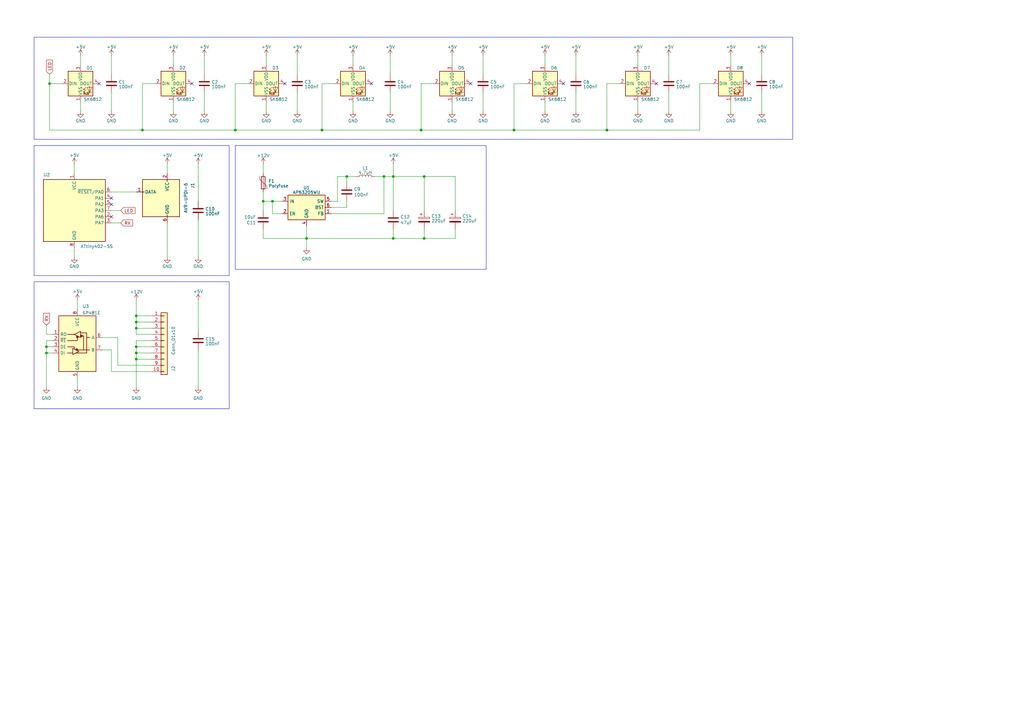
<source format=kicad_sch>
(kicad_sch (version 20230121) (generator eeschema)

  (uuid e63e39d7-6ac0-4ffd-8aa3-1841a4541b55)

  (paper "A3")

  (lib_symbols
    (symbol "Connector:AVR-UPDI-6" (pin_names (offset 1.016)) (in_bom yes) (on_board yes)
      (property "Reference" "J" (at -6.35 8.89 0)
        (effects (font (size 1.27 1.27)) (justify left))
      )
      (property "Value" "AVR-UPDI-6" (at 0 8.89 0)
        (effects (font (size 1.27 1.27)) (justify left))
      )
      (property "Footprint" "" (at -6.35 -1.27 90)
        (effects (font (size 1.27 1.27)) hide)
      )
      (property "Datasheet" "https://www.microchip.com/webdoc/GUID-9D10622A-5C16-4405-B092-1BDD437B4976/index.html?GUID-9B349315-2842-4189-B88C-49F4E1055D7F" (at -32.385 -13.97 0)
        (effects (font (size 1.27 1.27)) hide)
      )
      (property "ki_keywords" "AVR UPDI Connector" (at 0 0 0)
        (effects (font (size 1.27 1.27)) hide)
      )
      (property "ki_description" "Atmel 6-pin UPDI connector" (at 0 0 0)
        (effects (font (size 1.27 1.27)) hide)
      )
      (property "ki_fp_filters" "IDC?Header*2x03* Pin?Header*2x03*" (at 0 0 0)
        (effects (font (size 1.27 1.27)) hide)
      )
      (symbol "AVR-UPDI-6_0_1"
        (rectangle (start -2.667 -6.858) (end -2.413 -7.62)
          (stroke (width 0) (type default))
          (fill (type none))
        )
        (rectangle (start -2.667 7.62) (end -2.413 6.858)
          (stroke (width 0) (type default))
          (fill (type none))
        )
        (rectangle (start 7.62 2.667) (end 6.858 2.413)
          (stroke (width 0) (type default))
          (fill (type none))
        )
        (rectangle (start 7.62 7.62) (end -7.62 -7.62)
          (stroke (width 0.254) (type default))
          (fill (type background))
        )
      )
      (symbol "AVR-UPDI-6_1_1"
        (pin passive line (at 10.16 2.54 180) (length 2.54)
          (name "DATA" (effects (font (size 1.27 1.27))))
          (number "1" (effects (font (size 1.27 1.27))))
        )
        (pin passive line (at -2.54 10.16 270) (length 2.54)
          (name "VCC" (effects (font (size 1.27 1.27))))
          (number "2" (effects (font (size 1.27 1.27))))
        )
        (pin no_connect line (at 7.62 0 180) (length 2.54) hide
          (name "NC" (effects (font (size 1.27 1.27))))
          (number "3" (effects (font (size 1.27 1.27))))
        )
        (pin no_connect line (at 7.62 -2.54 180) (length 2.54) hide
          (name "NC" (effects (font (size 1.27 1.27))))
          (number "4" (effects (font (size 1.27 1.27))))
        )
        (pin no_connect line (at 7.62 -5.08 180) (length 2.54) hide
          (name "NC" (effects (font (size 1.27 1.27))))
          (number "5" (effects (font (size 1.27 1.27))))
        )
        (pin passive line (at -2.54 -10.16 90) (length 2.54)
          (name "GND" (effects (font (size 1.27 1.27))))
          (number "6" (effects (font (size 1.27 1.27))))
        )
      )
    )
    (symbol "Connector_Generic:Conn_01x10" (pin_names (offset 1.016) hide) (in_bom yes) (on_board yes)
      (property "Reference" "J" (at 0 12.7 0)
        (effects (font (size 1.27 1.27)))
      )
      (property "Value" "Conn_01x10" (at 0 -15.24 0)
        (effects (font (size 1.27 1.27)))
      )
      (property "Footprint" "" (at 0 0 0)
        (effects (font (size 1.27 1.27)) hide)
      )
      (property "Datasheet" "~" (at 0 0 0)
        (effects (font (size 1.27 1.27)) hide)
      )
      (property "ki_keywords" "connector" (at 0 0 0)
        (effects (font (size 1.27 1.27)) hide)
      )
      (property "ki_description" "Generic connector, single row, 01x10, script generated (kicad-library-utils/schlib/autogen/connector/)" (at 0 0 0)
        (effects (font (size 1.27 1.27)) hide)
      )
      (property "ki_fp_filters" "Connector*:*_1x??_*" (at 0 0 0)
        (effects (font (size 1.27 1.27)) hide)
      )
      (symbol "Conn_01x10_1_1"
        (rectangle (start -1.27 -12.573) (end 0 -12.827)
          (stroke (width 0.1524) (type default))
          (fill (type none))
        )
        (rectangle (start -1.27 -10.033) (end 0 -10.287)
          (stroke (width 0.1524) (type default))
          (fill (type none))
        )
        (rectangle (start -1.27 -7.493) (end 0 -7.747)
          (stroke (width 0.1524) (type default))
          (fill (type none))
        )
        (rectangle (start -1.27 -4.953) (end 0 -5.207)
          (stroke (width 0.1524) (type default))
          (fill (type none))
        )
        (rectangle (start -1.27 -2.413) (end 0 -2.667)
          (stroke (width 0.1524) (type default))
          (fill (type none))
        )
        (rectangle (start -1.27 0.127) (end 0 -0.127)
          (stroke (width 0.1524) (type default))
          (fill (type none))
        )
        (rectangle (start -1.27 2.667) (end 0 2.413)
          (stroke (width 0.1524) (type default))
          (fill (type none))
        )
        (rectangle (start -1.27 5.207) (end 0 4.953)
          (stroke (width 0.1524) (type default))
          (fill (type none))
        )
        (rectangle (start -1.27 7.747) (end 0 7.493)
          (stroke (width 0.1524) (type default))
          (fill (type none))
        )
        (rectangle (start -1.27 10.287) (end 0 10.033)
          (stroke (width 0.1524) (type default))
          (fill (type none))
        )
        (rectangle (start -1.27 11.43) (end 1.27 -13.97)
          (stroke (width 0.254) (type default))
          (fill (type background))
        )
        (pin passive line (at -5.08 10.16 0) (length 3.81)
          (name "Pin_1" (effects (font (size 1.27 1.27))))
          (number "1" (effects (font (size 1.27 1.27))))
        )
        (pin passive line (at -5.08 -12.7 0) (length 3.81)
          (name "Pin_10" (effects (font (size 1.27 1.27))))
          (number "10" (effects (font (size 1.27 1.27))))
        )
        (pin passive line (at -5.08 7.62 0) (length 3.81)
          (name "Pin_2" (effects (font (size 1.27 1.27))))
          (number "2" (effects (font (size 1.27 1.27))))
        )
        (pin passive line (at -5.08 5.08 0) (length 3.81)
          (name "Pin_3" (effects (font (size 1.27 1.27))))
          (number "3" (effects (font (size 1.27 1.27))))
        )
        (pin passive line (at -5.08 2.54 0) (length 3.81)
          (name "Pin_4" (effects (font (size 1.27 1.27))))
          (number "4" (effects (font (size 1.27 1.27))))
        )
        (pin passive line (at -5.08 0 0) (length 3.81)
          (name "Pin_5" (effects (font (size 1.27 1.27))))
          (number "5" (effects (font (size 1.27 1.27))))
        )
        (pin passive line (at -5.08 -2.54 0) (length 3.81)
          (name "Pin_6" (effects (font (size 1.27 1.27))))
          (number "6" (effects (font (size 1.27 1.27))))
        )
        (pin passive line (at -5.08 -5.08 0) (length 3.81)
          (name "Pin_7" (effects (font (size 1.27 1.27))))
          (number "7" (effects (font (size 1.27 1.27))))
        )
        (pin passive line (at -5.08 -7.62 0) (length 3.81)
          (name "Pin_8" (effects (font (size 1.27 1.27))))
          (number "8" (effects (font (size 1.27 1.27))))
        )
        (pin passive line (at -5.08 -10.16 0) (length 3.81)
          (name "Pin_9" (effects (font (size 1.27 1.27))))
          (number "9" (effects (font (size 1.27 1.27))))
        )
      )
    )
    (symbol "Device:C" (pin_numbers hide) (pin_names (offset 0.254)) (in_bom yes) (on_board yes)
      (property "Reference" "C" (at 0.635 2.54 0)
        (effects (font (size 1.27 1.27)) (justify left))
      )
      (property "Value" "C" (at 0.635 -2.54 0)
        (effects (font (size 1.27 1.27)) (justify left))
      )
      (property "Footprint" "" (at 0.9652 -3.81 0)
        (effects (font (size 1.27 1.27)) hide)
      )
      (property "Datasheet" "~" (at 0 0 0)
        (effects (font (size 1.27 1.27)) hide)
      )
      (property "ki_keywords" "cap capacitor" (at 0 0 0)
        (effects (font (size 1.27 1.27)) hide)
      )
      (property "ki_description" "Unpolarized capacitor" (at 0 0 0)
        (effects (font (size 1.27 1.27)) hide)
      )
      (property "ki_fp_filters" "C_*" (at 0 0 0)
        (effects (font (size 1.27 1.27)) hide)
      )
      (symbol "C_0_1"
        (polyline
          (pts
            (xy -2.032 -0.762)
            (xy 2.032 -0.762)
          )
          (stroke (width 0.508) (type default))
          (fill (type none))
        )
        (polyline
          (pts
            (xy -2.032 0.762)
            (xy 2.032 0.762)
          )
          (stroke (width 0.508) (type default))
          (fill (type none))
        )
      )
      (symbol "C_1_1"
        (pin passive line (at 0 3.81 270) (length 2.794)
          (name "~" (effects (font (size 1.27 1.27))))
          (number "1" (effects (font (size 1.27 1.27))))
        )
        (pin passive line (at 0 -3.81 90) (length 2.794)
          (name "~" (effects (font (size 1.27 1.27))))
          (number "2" (effects (font (size 1.27 1.27))))
        )
      )
    )
    (symbol "Device:C_Polarized" (pin_numbers hide) (pin_names (offset 0.254)) (in_bom yes) (on_board yes)
      (property "Reference" "C" (at 0.635 2.54 0)
        (effects (font (size 1.27 1.27)) (justify left))
      )
      (property "Value" "C_Polarized" (at 0.635 -2.54 0)
        (effects (font (size 1.27 1.27)) (justify left))
      )
      (property "Footprint" "" (at 0.9652 -3.81 0)
        (effects (font (size 1.27 1.27)) hide)
      )
      (property "Datasheet" "~" (at 0 0 0)
        (effects (font (size 1.27 1.27)) hide)
      )
      (property "ki_keywords" "cap capacitor" (at 0 0 0)
        (effects (font (size 1.27 1.27)) hide)
      )
      (property "ki_description" "Polarized capacitor" (at 0 0 0)
        (effects (font (size 1.27 1.27)) hide)
      )
      (property "ki_fp_filters" "CP_*" (at 0 0 0)
        (effects (font (size 1.27 1.27)) hide)
      )
      (symbol "C_Polarized_0_1"
        (rectangle (start -2.286 0.508) (end 2.286 1.016)
          (stroke (width 0) (type default))
          (fill (type none))
        )
        (polyline
          (pts
            (xy -1.778 2.286)
            (xy -0.762 2.286)
          )
          (stroke (width 0) (type default))
          (fill (type none))
        )
        (polyline
          (pts
            (xy -1.27 2.794)
            (xy -1.27 1.778)
          )
          (stroke (width 0) (type default))
          (fill (type none))
        )
        (rectangle (start 2.286 -0.508) (end -2.286 -1.016)
          (stroke (width 0) (type default))
          (fill (type outline))
        )
      )
      (symbol "C_Polarized_1_1"
        (pin passive line (at 0 3.81 270) (length 2.794)
          (name "~" (effects (font (size 1.27 1.27))))
          (number "1" (effects (font (size 1.27 1.27))))
        )
        (pin passive line (at 0 -3.81 90) (length 2.794)
          (name "~" (effects (font (size 1.27 1.27))))
          (number "2" (effects (font (size 1.27 1.27))))
        )
      )
    )
    (symbol "Device:L" (pin_numbers hide) (pin_names (offset 1.016) hide) (in_bom yes) (on_board yes)
      (property "Reference" "L" (at -1.27 0 90)
        (effects (font (size 1.27 1.27)))
      )
      (property "Value" "L" (at 1.905 0 90)
        (effects (font (size 1.27 1.27)))
      )
      (property "Footprint" "" (at 0 0 0)
        (effects (font (size 1.27 1.27)) hide)
      )
      (property "Datasheet" "~" (at 0 0 0)
        (effects (font (size 1.27 1.27)) hide)
      )
      (property "ki_keywords" "inductor choke coil reactor magnetic" (at 0 0 0)
        (effects (font (size 1.27 1.27)) hide)
      )
      (property "ki_description" "Inductor" (at 0 0 0)
        (effects (font (size 1.27 1.27)) hide)
      )
      (property "ki_fp_filters" "Choke_* *Coil* Inductor_* L_*" (at 0 0 0)
        (effects (font (size 1.27 1.27)) hide)
      )
      (symbol "L_0_1"
        (arc (start 0 -2.54) (mid 0.6323 -1.905) (end 0 -1.27)
          (stroke (width 0) (type default))
          (fill (type none))
        )
        (arc (start 0 -1.27) (mid 0.6323 -0.635) (end 0 0)
          (stroke (width 0) (type default))
          (fill (type none))
        )
        (arc (start 0 0) (mid 0.6323 0.635) (end 0 1.27)
          (stroke (width 0) (type default))
          (fill (type none))
        )
        (arc (start 0 1.27) (mid 0.6323 1.905) (end 0 2.54)
          (stroke (width 0) (type default))
          (fill (type none))
        )
      )
      (symbol "L_1_1"
        (pin passive line (at 0 3.81 270) (length 1.27)
          (name "1" (effects (font (size 1.27 1.27))))
          (number "1" (effects (font (size 1.27 1.27))))
        )
        (pin passive line (at 0 -3.81 90) (length 1.27)
          (name "2" (effects (font (size 1.27 1.27))))
          (number "2" (effects (font (size 1.27 1.27))))
        )
      )
    )
    (symbol "Device:Polyfuse" (pin_numbers hide) (pin_names (offset 0)) (in_bom yes) (on_board yes)
      (property "Reference" "F" (at -2.54 0 90)
        (effects (font (size 1.27 1.27)))
      )
      (property "Value" "Polyfuse" (at 2.54 0 90)
        (effects (font (size 1.27 1.27)))
      )
      (property "Footprint" "" (at 1.27 -5.08 0)
        (effects (font (size 1.27 1.27)) (justify left) hide)
      )
      (property "Datasheet" "~" (at 0 0 0)
        (effects (font (size 1.27 1.27)) hide)
      )
      (property "ki_keywords" "resettable fuse PTC PPTC polyfuse polyswitch" (at 0 0 0)
        (effects (font (size 1.27 1.27)) hide)
      )
      (property "ki_description" "Resettable fuse, polymeric positive temperature coefficient" (at 0 0 0)
        (effects (font (size 1.27 1.27)) hide)
      )
      (property "ki_fp_filters" "*polyfuse* *PTC*" (at 0 0 0)
        (effects (font (size 1.27 1.27)) hide)
      )
      (symbol "Polyfuse_0_1"
        (rectangle (start -0.762 2.54) (end 0.762 -2.54)
          (stroke (width 0.254) (type default))
          (fill (type none))
        )
        (polyline
          (pts
            (xy 0 2.54)
            (xy 0 -2.54)
          )
          (stroke (width 0) (type default))
          (fill (type none))
        )
        (polyline
          (pts
            (xy -1.524 2.54)
            (xy -1.524 1.524)
            (xy 1.524 -1.524)
            (xy 1.524 -2.54)
          )
          (stroke (width 0) (type default))
          (fill (type none))
        )
      )
      (symbol "Polyfuse_1_1"
        (pin passive line (at 0 3.81 270) (length 1.27)
          (name "~" (effects (font (size 1.27 1.27))))
          (number "1" (effects (font (size 1.27 1.27))))
        )
        (pin passive line (at 0 -3.81 90) (length 1.27)
          (name "~" (effects (font (size 1.27 1.27))))
          (number "2" (effects (font (size 1.27 1.27))))
        )
      )
    )
    (symbol "LED:SK6812" (pin_names (offset 0.254)) (in_bom yes) (on_board yes)
      (property "Reference" "D" (at 5.08 5.715 0)
        (effects (font (size 1.27 1.27)) (justify right bottom))
      )
      (property "Value" "SK6812" (at 1.27 -5.715 0)
        (effects (font (size 1.27 1.27)) (justify left top))
      )
      (property "Footprint" "LED_SMD:LED_SK6812_PLCC4_5.0x5.0mm_P3.2mm" (at 1.27 -7.62 0)
        (effects (font (size 1.27 1.27)) (justify left top) hide)
      )
      (property "Datasheet" "https://cdn-shop.adafruit.com/product-files/1138/SK6812+LED+datasheet+.pdf" (at 2.54 -9.525 0)
        (effects (font (size 1.27 1.27)) (justify left top) hide)
      )
      (property "ki_keywords" "RGB LED NeoPixel addressable" (at 0 0 0)
        (effects (font (size 1.27 1.27)) hide)
      )
      (property "ki_description" "RGB LED with integrated controller" (at 0 0 0)
        (effects (font (size 1.27 1.27)) hide)
      )
      (property "ki_fp_filters" "LED*SK6812*PLCC*5.0x5.0mm*P3.2mm*" (at 0 0 0)
        (effects (font (size 1.27 1.27)) hide)
      )
      (symbol "SK6812_0_0"
        (text "RGB" (at 2.286 -4.191 0)
          (effects (font (size 0.762 0.762)))
        )
      )
      (symbol "SK6812_0_1"
        (polyline
          (pts
            (xy 1.27 -3.556)
            (xy 1.778 -3.556)
          )
          (stroke (width 0) (type default))
          (fill (type none))
        )
        (polyline
          (pts
            (xy 1.27 -2.54)
            (xy 1.778 -2.54)
          )
          (stroke (width 0) (type default))
          (fill (type none))
        )
        (polyline
          (pts
            (xy 4.699 -3.556)
            (xy 2.667 -3.556)
          )
          (stroke (width 0) (type default))
          (fill (type none))
        )
        (polyline
          (pts
            (xy 2.286 -2.54)
            (xy 1.27 -3.556)
            (xy 1.27 -3.048)
          )
          (stroke (width 0) (type default))
          (fill (type none))
        )
        (polyline
          (pts
            (xy 2.286 -1.524)
            (xy 1.27 -2.54)
            (xy 1.27 -2.032)
          )
          (stroke (width 0) (type default))
          (fill (type none))
        )
        (polyline
          (pts
            (xy 3.683 -1.016)
            (xy 3.683 -3.556)
            (xy 3.683 -4.064)
          )
          (stroke (width 0) (type default))
          (fill (type none))
        )
        (polyline
          (pts
            (xy 4.699 -1.524)
            (xy 2.667 -1.524)
            (xy 3.683 -3.556)
            (xy 4.699 -1.524)
          )
          (stroke (width 0) (type default))
          (fill (type none))
        )
        (rectangle (start 5.08 5.08) (end -5.08 -5.08)
          (stroke (width 0.254) (type default))
          (fill (type background))
        )
      )
      (symbol "SK6812_1_1"
        (pin power_in line (at 0 -7.62 90) (length 2.54)
          (name "VSS" (effects (font (size 1.27 1.27))))
          (number "1" (effects (font (size 1.27 1.27))))
        )
        (pin input line (at -7.62 0 0) (length 2.54)
          (name "DIN" (effects (font (size 1.27 1.27))))
          (number "2" (effects (font (size 1.27 1.27))))
        )
        (pin power_in line (at 0 7.62 270) (length 2.54)
          (name "VDD" (effects (font (size 1.27 1.27))))
          (number "3" (effects (font (size 1.27 1.27))))
        )
        (pin output line (at 7.62 0 180) (length 2.54)
          (name "DOUT" (effects (font (size 1.27 1.27))))
          (number "4" (effects (font (size 1.27 1.27))))
        )
      )
    )
    (symbol "MCU_Microchip_ATtiny:ATtiny402-SS" (in_bom yes) (on_board yes)
      (property "Reference" "U" (at -12.7 13.97 0)
        (effects (font (size 1.27 1.27)) (justify left bottom))
      )
      (property "Value" "ATtiny402-SS" (at 2.54 -13.97 0)
        (effects (font (size 1.27 1.27)) (justify left top))
      )
      (property "Footprint" "Package_SO:SOIC-8_3.9x4.9mm_P1.27mm" (at 0 0 0)
        (effects (font (size 1.27 1.27) italic) hide)
      )
      (property "Datasheet" "http://ww1.microchip.com/downloads/en/DeviceDoc/ATtiny202-402-AVR-MCU-with-Core-Independent-Peripherals_and-picoPower-40001969A.pdf" (at 0 0 0)
        (effects (font (size 1.27 1.27)) hide)
      )
      (property "ki_keywords" "AVR 8bit Microcontroller tinyAVR" (at 0 0 0)
        (effects (font (size 1.27 1.27)) hide)
      )
      (property "ki_description" "20MHz, 4kB Flash, 256B SRAM, 128B EEPROM, SOIC-8" (at 0 0 0)
        (effects (font (size 1.27 1.27)) hide)
      )
      (property "ki_fp_filters" "SOIC*3.9x4.9mm*P1.27mm*" (at 0 0 0)
        (effects (font (size 1.27 1.27)) hide)
      )
      (symbol "ATtiny402-SS_0_1"
        (rectangle (start -12.7 -12.7) (end 12.7 12.7)
          (stroke (width 0.254) (type default))
          (fill (type background))
        )
      )
      (symbol "ATtiny402-SS_1_1"
        (pin power_in line (at 0 15.24 270) (length 2.54)
          (name "VCC" (effects (font (size 1.27 1.27))))
          (number "1" (effects (font (size 1.27 1.27))))
        )
        (pin bidirectional line (at 15.24 -2.54 180) (length 2.54)
          (name "PA6" (effects (font (size 1.27 1.27))))
          (number "2" (effects (font (size 1.27 1.27))))
        )
        (pin bidirectional line (at 15.24 -5.08 180) (length 2.54)
          (name "PA7" (effects (font (size 1.27 1.27))))
          (number "3" (effects (font (size 1.27 1.27))))
        )
        (pin bidirectional line (at 15.24 5.08 180) (length 2.54)
          (name "PA1" (effects (font (size 1.27 1.27))))
          (number "4" (effects (font (size 1.27 1.27))))
        )
        (pin bidirectional line (at 15.24 2.54 180) (length 2.54)
          (name "PA2" (effects (font (size 1.27 1.27))))
          (number "5" (effects (font (size 1.27 1.27))))
        )
        (pin bidirectional line (at 15.24 7.62 180) (length 2.54)
          (name "~{RESET}/PA0" (effects (font (size 1.27 1.27))))
          (number "6" (effects (font (size 1.27 1.27))))
        )
        (pin bidirectional line (at 15.24 0 180) (length 2.54)
          (name "PA3" (effects (font (size 1.27 1.27))))
          (number "7" (effects (font (size 1.27 1.27))))
        )
        (pin power_in line (at 0 -15.24 90) (length 2.54)
          (name "GND" (effects (font (size 1.27 1.27))))
          (number "8" (effects (font (size 1.27 1.27))))
        )
      )
    )
    (symbol "Regulator_Switching:AP63205WU" (in_bom yes) (on_board yes)
      (property "Reference" "U" (at -7.62 6.35 0)
        (effects (font (size 1.27 1.27)))
      )
      (property "Value" "AP63205WU" (at 2.54 6.35 0)
        (effects (font (size 1.27 1.27)))
      )
      (property "Footprint" "Package_TO_SOT_SMD:TSOT-23-6" (at 0 -22.86 0)
        (effects (font (size 1.27 1.27)) hide)
      )
      (property "Datasheet" "https://www.diodes.com/assets/Datasheets/AP63200-AP63201-AP63203-AP63205.pdf" (at 0 0 0)
        (effects (font (size 1.27 1.27)) hide)
      )
      (property "ki_keywords" "2A Buck DC/DC" (at 0 0 0)
        (effects (font (size 1.27 1.27)) hide)
      )
      (property "ki_description" "2A, 1.1MHz Buck DC/DC Converter, fixed 5.0V output voltage, TSOT-23-6" (at 0 0 0)
        (effects (font (size 1.27 1.27)) hide)
      )
      (property "ki_fp_filters" "TSOT?23*" (at 0 0 0)
        (effects (font (size 1.27 1.27)) hide)
      )
      (symbol "AP63205WU_0_1"
        (rectangle (start -7.62 5.08) (end 7.62 -5.08)
          (stroke (width 0.254) (type default))
          (fill (type background))
        )
      )
      (symbol "AP63205WU_1_1"
        (pin input line (at 10.16 -2.54 180) (length 2.54)
          (name "FB" (effects (font (size 1.27 1.27))))
          (number "1" (effects (font (size 1.27 1.27))))
        )
        (pin input line (at -10.16 -2.54 0) (length 2.54)
          (name "EN" (effects (font (size 1.27 1.27))))
          (number "2" (effects (font (size 1.27 1.27))))
        )
        (pin power_in line (at -10.16 2.54 0) (length 2.54)
          (name "IN" (effects (font (size 1.27 1.27))))
          (number "3" (effects (font (size 1.27 1.27))))
        )
        (pin power_in line (at 0 -7.62 90) (length 2.54)
          (name "GND" (effects (font (size 1.27 1.27))))
          (number "4" (effects (font (size 1.27 1.27))))
        )
        (pin output line (at 10.16 2.54 180) (length 2.54)
          (name "SW" (effects (font (size 1.27 1.27))))
          (number "5" (effects (font (size 1.27 1.27))))
        )
        (pin passive line (at 10.16 0 180) (length 2.54)
          (name "BST" (effects (font (size 1.27 1.27))))
          (number "6" (effects (font (size 1.27 1.27))))
        )
      )
    )
    (symbol "kiu:SP481E" (in_bom yes) (on_board yes)
      (property "Reference" "U" (at 3.81 12.7 0)
        (effects (font (size 1.27 1.27)))
      )
      (property "Value" "SP481E" (at 7.62 -12.7 0)
        (effects (font (size 1.27 1.27)) (justify right))
      )
      (property "Footprint" "" (at 0 0 0)
        (effects (font (size 1.27 1.27)) hide)
      )
      (property "Datasheet" "" (at 0 0 0)
        (effects (font (size 1.27 1.27)) hide)
      )
      (symbol "SP481E_0_1"
        (rectangle (start -7.62 11.43) (end 7.62 -11.43)
          (stroke (width 0.254) (type default))
          (fill (type background))
        )
        (circle (center -0.3048 -2.413) (radius 0.3556)
          (stroke (width 0.254) (type default))
          (fill (type outline))
        )
        (circle (center -0.0254 2.7686) (radius 0.3556)
          (stroke (width 0.254) (type default))
          (fill (type outline))
        )
        (polyline
          (pts
            (xy -4.064 -3.81)
            (xy -1.905 -3.81)
          )
          (stroke (width 0.254) (type default))
          (fill (type none))
        )
        (polyline
          (pts
            (xy -4.064 3.81)
            (xy -1.27 3.81)
          )
          (stroke (width 0.254) (type default))
          (fill (type none))
        )
        (polyline
          (pts
            (xy -1.27 -1.9304)
            (xy -1.27 -2.1844)
          )
          (stroke (width 0.254) (type default))
          (fill (type none))
        )
        (polyline
          (pts
            (xy -0.635 -3.81)
            (xy 3.81 -3.81)
          )
          (stroke (width 0.254) (type default))
          (fill (type none))
        )
        (polyline
          (pts
            (xy 1.27 3.175)
            (xy 2.54 3.175)
          )
          (stroke (width 0.254) (type default))
          (fill (type none))
        )
        (polyline
          (pts
            (xy 2.54 -2.54)
            (xy 5.08 -2.54)
          )
          (stroke (width 0.254) (type default))
          (fill (type none))
        )
        (polyline
          (pts
            (xy 3.81 2.54)
            (xy 5.08 2.54)
          )
          (stroke (width 0.254) (type default))
          (fill (type none))
        )
        (polyline
          (pts
            (xy -4.064 -1.27)
            (xy -1.27 -1.27)
            (xy -1.27 -1.905)
          )
          (stroke (width 0.254) (type default))
          (fill (type none))
        )
        (polyline
          (pts
            (xy 0 2.54)
            (xy 0 1.27)
            (xy -4.064 1.27)
          )
          (stroke (width 0.254) (type default))
          (fill (type none))
        )
        (polyline
          (pts
            (xy 1.27 4.445)
            (xy 3.81 4.445)
            (xy 3.81 -3.81)
          )
          (stroke (width 0.254) (type default))
          (fill (type none))
        )
        (polyline
          (pts
            (xy 2.54 3.175)
            (xy 2.54 -2.54)
            (xy 0 -2.54)
          )
          (stroke (width 0.254) (type default))
          (fill (type none))
        )
        (polyline
          (pts
            (xy -1.905 -1.905)
            (xy -1.905 -4.445)
            (xy 0.635 -3.175)
            (xy -1.905 -1.905)
          )
          (stroke (width 0.254) (type default))
          (fill (type none))
        )
        (polyline
          (pts
            (xy -1.27 3.81)
            (xy 1.27 5.08)
            (xy 1.27 2.54)
            (xy -1.27 3.81)
          )
          (stroke (width 0.254) (type default))
          (fill (type none))
        )
        (rectangle (start 1.27 4.445) (end 1.27 4.445)
          (stroke (width 0) (type default))
          (fill (type none))
        )
        (circle (center 1.651 3.175) (radius 0.3556)
          (stroke (width 0.254) (type default))
          (fill (type outline))
        )
      )
      (symbol "SP481E_1_1"
        (pin output line (at -10.16 3.81 0) (length 2.54)
          (name "RO" (effects (font (size 1.27 1.27))))
          (number "1" (effects (font (size 1.27 1.27))))
        )
        (pin input line (at -10.16 1.27 0) (length 2.54)
          (name "~{RE}" (effects (font (size 1.27 1.27))))
          (number "2" (effects (font (size 1.27 1.27))))
        )
        (pin input line (at -10.16 -1.27 0) (length 2.54)
          (name "DE" (effects (font (size 1.27 1.27))))
          (number "3" (effects (font (size 1.27 1.27))))
        )
        (pin input line (at -10.16 -3.81 0) (length 2.54)
          (name "DI" (effects (font (size 1.27 1.27))))
          (number "4" (effects (font (size 1.27 1.27))))
        )
        (pin power_in line (at 0 -13.97 90) (length 2.54)
          (name "GND" (effects (font (size 1.27 1.27))))
          (number "5" (effects (font (size 1.27 1.27))))
        )
        (pin bidirectional line (at 10.16 2.54 180) (length 2.54)
          (name "A" (effects (font (size 1.27 1.27))))
          (number "6" (effects (font (size 1.27 1.27))))
        )
        (pin bidirectional line (at 10.16 -2.54 180) (length 2.54)
          (name "B" (effects (font (size 1.27 1.27))))
          (number "7" (effects (font (size 1.27 1.27))))
        )
        (pin power_in line (at 0 13.97 270) (length 2.54)
          (name "VCC" (effects (font (size 1.27 1.27))))
          (number "8" (effects (font (size 1.27 1.27))))
        )
      )
    )
    (symbol "power:+12V" (power) (pin_names (offset 0)) (in_bom yes) (on_board yes)
      (property "Reference" "#PWR" (at 0 -3.81 0)
        (effects (font (size 1.27 1.27)) hide)
      )
      (property "Value" "+12V" (at 0 3.556 0)
        (effects (font (size 1.27 1.27)))
      )
      (property "Footprint" "" (at 0 0 0)
        (effects (font (size 1.27 1.27)) hide)
      )
      (property "Datasheet" "" (at 0 0 0)
        (effects (font (size 1.27 1.27)) hide)
      )
      (property "ki_keywords" "global power" (at 0 0 0)
        (effects (font (size 1.27 1.27)) hide)
      )
      (property "ki_description" "Power symbol creates a global label with name \"+12V\"" (at 0 0 0)
        (effects (font (size 1.27 1.27)) hide)
      )
      (symbol "+12V_0_1"
        (polyline
          (pts
            (xy -0.762 1.27)
            (xy 0 2.54)
          )
          (stroke (width 0) (type default))
          (fill (type none))
        )
        (polyline
          (pts
            (xy 0 0)
            (xy 0 2.54)
          )
          (stroke (width 0) (type default))
          (fill (type none))
        )
        (polyline
          (pts
            (xy 0 2.54)
            (xy 0.762 1.27)
          )
          (stroke (width 0) (type default))
          (fill (type none))
        )
      )
      (symbol "+12V_1_1"
        (pin power_in line (at 0 0 90) (length 0) hide
          (name "+12V" (effects (font (size 1.27 1.27))))
          (number "1" (effects (font (size 1.27 1.27))))
        )
      )
    )
    (symbol "power:+5V" (power) (pin_names (offset 0)) (in_bom yes) (on_board yes)
      (property "Reference" "#PWR" (at 0 -3.81 0)
        (effects (font (size 1.27 1.27)) hide)
      )
      (property "Value" "+5V" (at 0 3.556 0)
        (effects (font (size 1.27 1.27)))
      )
      (property "Footprint" "" (at 0 0 0)
        (effects (font (size 1.27 1.27)) hide)
      )
      (property "Datasheet" "" (at 0 0 0)
        (effects (font (size 1.27 1.27)) hide)
      )
      (property "ki_keywords" "global power" (at 0 0 0)
        (effects (font (size 1.27 1.27)) hide)
      )
      (property "ki_description" "Power symbol creates a global label with name \"+5V\"" (at 0 0 0)
        (effects (font (size 1.27 1.27)) hide)
      )
      (symbol "+5V_0_1"
        (polyline
          (pts
            (xy -0.762 1.27)
            (xy 0 2.54)
          )
          (stroke (width 0) (type default))
          (fill (type none))
        )
        (polyline
          (pts
            (xy 0 0)
            (xy 0 2.54)
          )
          (stroke (width 0) (type default))
          (fill (type none))
        )
        (polyline
          (pts
            (xy 0 2.54)
            (xy 0.762 1.27)
          )
          (stroke (width 0) (type default))
          (fill (type none))
        )
      )
      (symbol "+5V_1_1"
        (pin power_in line (at 0 0 90) (length 0) hide
          (name "+5V" (effects (font (size 1.27 1.27))))
          (number "1" (effects (font (size 1.27 1.27))))
        )
      )
    )
    (symbol "power:GND" (power) (pin_names (offset 0)) (in_bom yes) (on_board yes)
      (property "Reference" "#PWR" (at 0 -6.35 0)
        (effects (font (size 1.27 1.27)) hide)
      )
      (property "Value" "GND" (at 0 -3.81 0)
        (effects (font (size 1.27 1.27)))
      )
      (property "Footprint" "" (at 0 0 0)
        (effects (font (size 1.27 1.27)) hide)
      )
      (property "Datasheet" "" (at 0 0 0)
        (effects (font (size 1.27 1.27)) hide)
      )
      (property "ki_keywords" "global power" (at 0 0 0)
        (effects (font (size 1.27 1.27)) hide)
      )
      (property "ki_description" "Power symbol creates a global label with name \"GND\" , ground" (at 0 0 0)
        (effects (font (size 1.27 1.27)) hide)
      )
      (symbol "GND_0_1"
        (polyline
          (pts
            (xy 0 0)
            (xy 0 -1.27)
            (xy 1.27 -1.27)
            (xy 0 -2.54)
            (xy -1.27 -1.27)
            (xy 0 -1.27)
          )
          (stroke (width 0) (type default))
          (fill (type none))
        )
      )
      (symbol "GND_1_1"
        (pin power_in line (at 0 0 270) (length 0) hide
          (name "GND" (effects (font (size 1.27 1.27))))
          (number "1" (effects (font (size 1.27 1.27))))
        )
      )
    )
  )

  (junction (at 132.08 53.34) (diameter 0) (color 0 0 0 0)
    (uuid 1e5cf154-bd3d-4934-b90c-8725273312a3)
  )
  (junction (at 55.88 129.54) (diameter 0) (color 0 0 0 0)
    (uuid 2063729e-eba6-4baa-8b6f-d82e862dc035)
  )
  (junction (at 55.88 142.24) (diameter 0) (color 0 0 0 0)
    (uuid 210b4586-7fb1-453c-a012-150951ba2378)
  )
  (junction (at 55.88 134.62) (diameter 0) (color 0 0 0 0)
    (uuid 4717d0fe-4403-41d8-b34e-f32ad0c89ac4)
  )
  (junction (at 125.73 97.79) (diameter 0) (color 0 0 0 0)
    (uuid 5d417adf-6c4e-44d8-a75d-6da776fbc7dc)
  )
  (junction (at 173.99 72.39) (diameter 0) (color 0 0 0 0)
    (uuid 5e56f492-a487-4b28-b8ce-9034ec08ac3c)
  )
  (junction (at 111.76 82.55) (diameter 0) (color 0 0 0 0)
    (uuid 5fff1880-9c93-4eea-9ff0-604065b71f34)
  )
  (junction (at 157.48 72.39) (diameter 0) (color 0 0 0 0)
    (uuid 6cf7cc28-4a8f-4eab-8c0d-88baa88092a5)
  )
  (junction (at 173.99 97.79) (diameter 0) (color 0 0 0 0)
    (uuid 7041c54b-f012-4e94-8bbc-5491e4736a54)
  )
  (junction (at 96.52 53.34) (diameter 0) (color 0 0 0 0)
    (uuid 78aa32e1-bf02-47b4-a3f3-04356c91f369)
  )
  (junction (at 142.24 72.39) (diameter 0) (color 0 0 0 0)
    (uuid 78f26776-641c-46cf-819d-06197135ca81)
  )
  (junction (at 172.72 53.34) (diameter 0) (color 0 0 0 0)
    (uuid 7ab9380b-d7b1-466e-81b3-835359871e56)
  )
  (junction (at 19.05 142.24) (diameter 0) (color 0 0 0 0)
    (uuid 80bb04a2-d42a-46d4-a330-47cb1ed93a63)
  )
  (junction (at 161.29 72.39) (diameter 0) (color 0 0 0 0)
    (uuid 8cdaed1a-5302-4eeb-8888-71349e120428)
  )
  (junction (at 19.05 144.78) (diameter 0) (color 0 0 0 0)
    (uuid 8f0227c3-8242-4fc0-90b5-80d581bddba1)
  )
  (junction (at 58.42 53.34) (diameter 0) (color 0 0 0 0)
    (uuid 9db8529c-f5b7-48bd-a163-9aab4355d53c)
  )
  (junction (at 55.88 132.08) (diameter 0) (color 0 0 0 0)
    (uuid a623a541-6c5f-4a82-a0ec-79f85b6b21ef)
  )
  (junction (at 210.82 53.34) (diameter 0) (color 0 0 0 0)
    (uuid ae77d230-0ec7-47e0-a1b3-fe892a074504)
  )
  (junction (at 55.88 144.78) (diameter 0) (color 0 0 0 0)
    (uuid b44b23f0-bd88-4300-979d-37f303b9f6a0)
  )
  (junction (at 20.32 34.29) (diameter 0) (color 0 0 0 0)
    (uuid b544353a-64c0-488b-897c-5e4029163cc5)
  )
  (junction (at 248.92 53.34) (diameter 0) (color 0 0 0 0)
    (uuid cab4f30f-2dd2-49db-a654-d6c3338cc04c)
  )
  (junction (at 55.88 147.32) (diameter 0) (color 0 0 0 0)
    (uuid de4e28a4-f0a0-4ef4-a0e6-d72af2d37a67)
  )
  (junction (at 107.95 82.55) (diameter 0) (color 0 0 0 0)
    (uuid ee559f56-38d5-4cbf-91d4-1d68928a7f85)
  )
  (junction (at 161.29 97.79) (diameter 0) (color 0 0 0 0)
    (uuid ff7fe62e-bb08-46af-9c59-669ad62ac775)
  )

  (no_connect (at 152.4 34.29) (uuid 1110fa2e-4319-4a75-a99f-1206edda07e2))
  (no_connect (at 269.24 34.29) (uuid 17a9732a-8506-4395-afed-1706a0fb2227))
  (no_connect (at 307.34 34.29) (uuid 2fb56523-4d2b-405e-9608-9f772eb1540d))
  (no_connect (at 45.72 83.82) (uuid 43c88a60-cb42-4d3e-b027-3a1acac2b10b))
  (no_connect (at 231.14 34.29) (uuid 5fb16f8d-eb1b-45ab-9b5a-42c68ca152b5))
  (no_connect (at 40.64 34.29) (uuid 9c14267f-6955-4cc5-8c22-dcfb61b20167))
  (no_connect (at 193.04 34.29) (uuid ba034257-9c5f-48d2-bf0b-f55defc5684f))
  (no_connect (at 78.74 34.29) (uuid c09b6e87-c0ab-4bea-97e9-9f17474df326))
  (no_connect (at 45.72 88.9) (uuid c553970b-38b9-48c0-bcb6-1d109d6190ff))
  (no_connect (at 45.72 81.28) (uuid db755903-df5e-4a2c-963a-becd79dc86cf))
  (no_connect (at 116.84 34.29) (uuid fc2c10a7-5ffc-4ebf-ae6b-2295c77dc603))

  (wire (pts (xy 144.78 41.91) (xy 144.78 45.72))
    (stroke (width 0) (type default))
    (uuid 01fed917-2bf6-4f12-84a9-735bf9b1a135)
  )
  (wire (pts (xy 173.99 97.79) (xy 186.69 97.79))
    (stroke (width 0) (type default))
    (uuid 0248f25d-b95e-43d2-ae88-cd41a432285b)
  )
  (wire (pts (xy 107.95 67.31) (xy 107.95 71.12))
    (stroke (width 0) (type default))
    (uuid 042fac7a-0283-4ddc-9c9f-acd48d4034f3)
  )
  (wire (pts (xy 58.42 34.29) (xy 63.5 34.29))
    (stroke (width 0) (type default))
    (uuid 056283bc-8324-419c-85cb-4c3d78ae0b74)
  )
  (wire (pts (xy 186.69 86.36) (xy 186.69 72.39))
    (stroke (width 0) (type default))
    (uuid 057780e1-e03f-4f35-bbe0-f73d5c9251d7)
  )
  (wire (pts (xy 186.69 97.79) (xy 186.69 93.98))
    (stroke (width 0) (type default))
    (uuid 057e5e60-f368-4934-99d8-37c6a71eac5e)
  )
  (wire (pts (xy 68.58 67.31) (xy 68.58 71.12))
    (stroke (width 0) (type default))
    (uuid 07a13e75-12eb-42c3-b240-eddfab143742)
  )
  (wire (pts (xy 55.88 129.54) (xy 55.88 132.08))
    (stroke (width 0) (type default))
    (uuid 07a4b2ac-9f11-447e-964e-4a11322b93e4)
  )
  (wire (pts (xy 55.88 142.24) (xy 55.88 144.78))
    (stroke (width 0) (type default))
    (uuid 07c4c238-6403-4327-b6d6-e3cef522d132)
  )
  (wire (pts (xy 19.05 142.24) (xy 19.05 144.78))
    (stroke (width 0) (type default))
    (uuid 09efb964-60aa-4958-927a-864d7c24ce21)
  )
  (wire (pts (xy 161.29 72.39) (xy 173.99 72.39))
    (stroke (width 0) (type default))
    (uuid 0b8b5653-9c79-4a6c-a471-9eb94d0e786d)
  )
  (wire (pts (xy 20.32 30.48) (xy 20.32 34.29))
    (stroke (width 0) (type default))
    (uuid 0f77392c-5cf0-40b4-bc5a-12ab9e234c44)
  )
  (wire (pts (xy 144.78 22.86) (xy 144.78 26.67))
    (stroke (width 0) (type default))
    (uuid 1295e6df-876d-430f-bf80-18c235d21db9)
  )
  (wire (pts (xy 248.92 34.29) (xy 254 34.29))
    (stroke (width 0) (type default))
    (uuid 13a66714-b6d3-470b-8795-c55831d2d7d3)
  )
  (wire (pts (xy 55.88 142.24) (xy 62.23 142.24))
    (stroke (width 0) (type default))
    (uuid 16730711-7f10-43a4-bfc6-446fa858de0e)
  )
  (wire (pts (xy 248.92 53.34) (xy 248.92 34.29))
    (stroke (width 0) (type default))
    (uuid 17846992-e428-47b4-9531-362a43dd7b5a)
  )
  (wire (pts (xy 125.73 97.79) (xy 161.29 97.79))
    (stroke (width 0) (type default))
    (uuid 17e82789-8845-450e-b207-bb8048455eaa)
  )
  (wire (pts (xy 83.82 38.1) (xy 83.82 45.72))
    (stroke (width 0) (type default))
    (uuid 193c4177-81fd-4460-bc9b-42cb077360ea)
  )
  (wire (pts (xy 41.91 138.43) (xy 48.26 138.43))
    (stroke (width 0) (type default))
    (uuid 1a3b3ac1-1149-4af0-88a5-7f64e33c4898)
  )
  (wire (pts (xy 223.52 22.86) (xy 223.52 26.67))
    (stroke (width 0) (type default))
    (uuid 1adeaaf6-88e1-476a-98e1-7a1af31c6ea7)
  )
  (wire (pts (xy 312.42 38.1) (xy 312.42 45.72))
    (stroke (width 0) (type default))
    (uuid 1af502f7-a546-4da7-a1e2-ea8e08ae359b)
  )
  (wire (pts (xy 109.22 22.86) (xy 109.22 26.67))
    (stroke (width 0) (type default))
    (uuid 1bc83899-5229-498e-aa33-04f2dd909a3a)
  )
  (wire (pts (xy 25.4 34.29) (xy 20.32 34.29))
    (stroke (width 0) (type default))
    (uuid 1c3b4867-8971-4ee0-92f2-deb2dbaaba63)
  )
  (wire (pts (xy 19.05 139.7) (xy 19.05 142.24))
    (stroke (width 0) (type default))
    (uuid 1ebc3cc9-db33-4a34-9728-0a83b690bb2c)
  )
  (wire (pts (xy 55.88 144.78) (xy 55.88 147.32))
    (stroke (width 0) (type default))
    (uuid 230e039b-1200-49f4-9764-81cfdd0b465a)
  )
  (wire (pts (xy 55.88 147.32) (xy 55.88 158.75))
    (stroke (width 0) (type default))
    (uuid 29ca74a9-08cf-437e-b976-0ab15a83e98e)
  )
  (wire (pts (xy 299.72 22.86) (xy 299.72 26.67))
    (stroke (width 0) (type default))
    (uuid 2dd7f532-bb76-4d35-8f38-5bf3e1bf1089)
  )
  (wire (pts (xy 287.02 34.29) (xy 292.1 34.29))
    (stroke (width 0) (type default))
    (uuid 306ab358-a6c3-4ee1-8b32-5ea2dbf44cb9)
  )
  (wire (pts (xy 287.02 53.34) (xy 287.02 34.29))
    (stroke (width 0) (type default))
    (uuid 307d4641-51cf-4a12-9803-319ca0fd14c5)
  )
  (wire (pts (xy 121.92 38.1) (xy 121.92 45.72))
    (stroke (width 0) (type default))
    (uuid 31712439-facd-4376-9b1a-4f0ab276f421)
  )
  (wire (pts (xy 107.95 82.55) (xy 111.76 82.55))
    (stroke (width 0) (type default))
    (uuid 31b854b7-1a16-4673-8c01-78548e0ebf6e)
  )
  (wire (pts (xy 30.48 67.31) (xy 30.48 71.12))
    (stroke (width 0) (type default))
    (uuid 35511fe2-42fd-4b35-9d54-15a712518634)
  )
  (wire (pts (xy 58.42 53.34) (xy 96.52 53.34))
    (stroke (width 0) (type default))
    (uuid 36f915d3-638a-4bfb-afe2-2e843673fcea)
  )
  (wire (pts (xy 132.08 53.34) (xy 172.72 53.34))
    (stroke (width 0) (type default))
    (uuid 375d6dba-77e6-46c2-92d7-92c744c32ae8)
  )
  (wire (pts (xy 132.08 53.34) (xy 132.08 34.29))
    (stroke (width 0) (type default))
    (uuid 382984f9-30b1-4445-a448-c1402e7c39a0)
  )
  (wire (pts (xy 55.88 132.08) (xy 62.23 132.08))
    (stroke (width 0) (type default))
    (uuid 3903491a-81fe-4388-bfed-3194999660b5)
  )
  (wire (pts (xy 62.23 137.16) (xy 55.88 137.16))
    (stroke (width 0) (type default))
    (uuid 39597e81-f70e-461a-8b54-a3cbec89ae00)
  )
  (wire (pts (xy 236.22 38.1) (xy 236.22 45.72))
    (stroke (width 0) (type default))
    (uuid 3a19f3b6-3089-4c19-b92f-245bd92376b2)
  )
  (wire (pts (xy 109.22 41.91) (xy 109.22 45.72))
    (stroke (width 0) (type default))
    (uuid 3b3f6d72-8574-421d-838d-3d640103c2b8)
  )
  (wire (pts (xy 48.26 149.86) (xy 48.26 138.43))
    (stroke (width 0) (type default))
    (uuid 3d149919-51a7-4190-8da0-c6400f1ad8cf)
  )
  (wire (pts (xy 186.69 72.39) (xy 173.99 72.39))
    (stroke (width 0) (type default))
    (uuid 3e7fa9ab-bd13-4bac-b851-0b6dfe24295b)
  )
  (wire (pts (xy 198.12 38.1) (xy 198.12 45.72))
    (stroke (width 0) (type default))
    (uuid 421d024e-1d86-43ef-92f7-c0aadc6fcbcf)
  )
  (wire (pts (xy 160.02 22.86) (xy 160.02 30.48))
    (stroke (width 0) (type default))
    (uuid 4740f3cc-3915-479a-921e-f23e898eed14)
  )
  (wire (pts (xy 81.28 143.51) (xy 81.28 158.75))
    (stroke (width 0) (type default))
    (uuid 5018486f-0e73-4b10-b770-32614e213230)
  )
  (wire (pts (xy 157.48 87.63) (xy 157.48 72.39))
    (stroke (width 0) (type default))
    (uuid 522de123-faa1-492b-a989-de30be29995d)
  )
  (wire (pts (xy 111.76 87.63) (xy 115.57 87.63))
    (stroke (width 0) (type default))
    (uuid 52f691fc-9720-465f-a3df-b77ec1313d00)
  )
  (wire (pts (xy 198.12 22.86) (xy 198.12 30.48))
    (stroke (width 0) (type default))
    (uuid 557b225a-b0d9-4614-bdf3-f4ec6ef89f94)
  )
  (wire (pts (xy 55.88 123.19) (xy 55.88 129.54))
    (stroke (width 0) (type default))
    (uuid 58475425-b42f-4af3-9c27-3bfb381b9dbc)
  )
  (wire (pts (xy 71.12 22.86) (xy 71.12 26.67))
    (stroke (width 0) (type default))
    (uuid 5968bf51-f8cb-410a-8413-35552bc63278)
  )
  (wire (pts (xy 96.52 53.34) (xy 96.52 34.29))
    (stroke (width 0) (type default))
    (uuid 59d0e31e-be45-4e90-9f4b-81c86407556f)
  )
  (wire (pts (xy 299.72 41.91) (xy 299.72 45.72))
    (stroke (width 0) (type default))
    (uuid 5ac4f744-f6ef-4e90-be67-bfa3a3e627a3)
  )
  (wire (pts (xy 81.28 123.19) (xy 81.28 135.89))
    (stroke (width 0) (type default))
    (uuid 5d85afe6-58a2-4400-bd14-210d5a3c4041)
  )
  (wire (pts (xy 236.22 22.86) (xy 236.22 30.48))
    (stroke (width 0) (type default))
    (uuid 5d9a2257-8ff6-48d3-900a-faf2ee8ca040)
  )
  (wire (pts (xy 161.29 93.98) (xy 161.29 97.79))
    (stroke (width 0) (type default))
    (uuid 5de968a1-1477-4e59-99d5-82156e26acb7)
  )
  (wire (pts (xy 41.91 143.51) (xy 45.72 143.51))
    (stroke (width 0) (type default))
    (uuid 5f6b5c30-781a-4047-9227-2733b7cc980c)
  )
  (wire (pts (xy 55.88 147.32) (xy 62.23 147.32))
    (stroke (width 0) (type default))
    (uuid 62176864-d0cf-476b-8cca-51d4d8c36c5c)
  )
  (wire (pts (xy 33.02 22.86) (xy 33.02 26.67))
    (stroke (width 0) (type default))
    (uuid 628f554f-07cd-47c0-8480-60fd51fbb7a8)
  )
  (wire (pts (xy 161.29 97.79) (xy 173.99 97.79))
    (stroke (width 0) (type default))
    (uuid 63c08700-c837-4652-8a56-11d89b89a312)
  )
  (wire (pts (xy 210.82 53.34) (xy 210.82 34.29))
    (stroke (width 0) (type default))
    (uuid 63d5966c-fe21-4481-ad60-456be465acd1)
  )
  (wire (pts (xy 83.82 22.86) (xy 83.82 30.48))
    (stroke (width 0) (type default))
    (uuid 642487fc-4e8a-40fb-8438-94a085b90ab1)
  )
  (wire (pts (xy 173.99 93.98) (xy 173.99 97.79))
    (stroke (width 0) (type default))
    (uuid 64b3e360-6d53-4171-8b91-a4fdf8f647d4)
  )
  (wire (pts (xy 55.88 139.7) (xy 55.88 142.24))
    (stroke (width 0) (type default))
    (uuid 65e36e29-7a79-403a-a1b5-d40ad42edffb)
  )
  (wire (pts (xy 160.02 38.1) (xy 160.02 45.72))
    (stroke (width 0) (type default))
    (uuid 6af35652-0e16-4381-a427-a1695c0cf6fa)
  )
  (wire (pts (xy 19.05 144.78) (xy 21.59 144.78))
    (stroke (width 0) (type default))
    (uuid 6cfe25c4-c974-4411-8772-a9c3a292da34)
  )
  (wire (pts (xy 81.28 90.17) (xy 81.28 105.41))
    (stroke (width 0) (type default))
    (uuid 6db894e2-2f1e-4e62-b79a-ac8322f350de)
  )
  (wire (pts (xy 161.29 67.31) (xy 161.29 72.39))
    (stroke (width 0) (type default))
    (uuid 6f0c2c85-9739-4a6d-868b-ad95d1553492)
  )
  (wire (pts (xy 45.72 91.44) (xy 49.53 91.44))
    (stroke (width 0) (type default))
    (uuid 6fa62048-0a85-46d7-b079-db3963cb90c0)
  )
  (wire (pts (xy 135.89 87.63) (xy 157.48 87.63))
    (stroke (width 0) (type default))
    (uuid 73e59fcc-0976-46eb-9e54-8311829a87ce)
  )
  (wire (pts (xy 153.67 72.39) (xy 157.48 72.39))
    (stroke (width 0) (type default))
    (uuid 75cd5dfe-a0a7-4a56-813c-137d74c9a8ae)
  )
  (wire (pts (xy 210.82 34.29) (xy 215.9 34.29))
    (stroke (width 0) (type default))
    (uuid 775fef6b-c00f-4fe7-b1c3-addf04006867)
  )
  (wire (pts (xy 125.73 92.71) (xy 125.73 97.79))
    (stroke (width 0) (type default))
    (uuid 7830673e-3e4e-48e8-888e-44e2dc25941a)
  )
  (wire (pts (xy 96.52 34.29) (xy 101.6 34.29))
    (stroke (width 0) (type default))
    (uuid 783c7160-0450-4dbf-9645-8936f674a554)
  )
  (wire (pts (xy 55.88 137.16) (xy 55.88 134.62))
    (stroke (width 0) (type default))
    (uuid 790a19b0-516d-4651-b0b4-2f431397247f)
  )
  (wire (pts (xy 71.12 41.91) (xy 71.12 45.72))
    (stroke (width 0) (type default))
    (uuid 7a831297-7dcb-4cb5-8617-6469bffad46a)
  )
  (wire (pts (xy 274.32 38.1) (xy 274.32 45.72))
    (stroke (width 0) (type default))
    (uuid 7eac29fa-c250-4e90-8852-dd819f4374ea)
  )
  (wire (pts (xy 274.32 22.86) (xy 274.32 30.48))
    (stroke (width 0) (type default))
    (uuid 7f9112d9-f57e-4b2c-9459-99cd8e7baa79)
  )
  (wire (pts (xy 142.24 85.09) (xy 142.24 82.55))
    (stroke (width 0) (type default))
    (uuid 810bd9a7-a7a8-4f33-86be-4db8374e2443)
  )
  (wire (pts (xy 62.23 152.4) (xy 45.72 152.4))
    (stroke (width 0) (type default))
    (uuid 81fb095c-5003-433b-ab28-5857fb20fa14)
  )
  (wire (pts (xy 138.43 82.55) (xy 135.89 82.55))
    (stroke (width 0) (type default))
    (uuid 83eb8be7-7b7b-4473-ab9a-edc3e2ada199)
  )
  (wire (pts (xy 20.32 34.29) (xy 20.32 53.34))
    (stroke (width 0) (type default))
    (uuid 84a33bb3-d321-4513-8171-0b92ef2576b6)
  )
  (wire (pts (xy 248.92 53.34) (xy 287.02 53.34))
    (stroke (width 0) (type default))
    (uuid 89d6324f-7b85-4f01-9687-2ab53f297d79)
  )
  (wire (pts (xy 111.76 87.63) (xy 111.76 82.55))
    (stroke (width 0) (type default))
    (uuid 8a40e6f9-c6b2-4098-9eaf-01f2b7fe7c88)
  )
  (wire (pts (xy 19.05 137.16) (xy 21.59 137.16))
    (stroke (width 0) (type default))
    (uuid 8b000016-e311-404d-a151-5cf0c3fd3f95)
  )
  (wire (pts (xy 81.28 67.31) (xy 81.28 82.55))
    (stroke (width 0) (type default))
    (uuid 8b8d1c19-7e41-48b6-a2e5-a466b9444f0a)
  )
  (wire (pts (xy 161.29 72.39) (xy 161.29 86.36))
    (stroke (width 0) (type default))
    (uuid 8c068ccc-a5f3-4cfb-b79d-506c383efe24)
  )
  (wire (pts (xy 125.73 97.79) (xy 125.73 101.6))
    (stroke (width 0) (type default))
    (uuid 8f325ebf-d3c3-49ac-abb7-c462a90b9361)
  )
  (wire (pts (xy 62.23 149.86) (xy 48.26 149.86))
    (stroke (width 0) (type default))
    (uuid 8fa407f7-ab20-4fe4-9bc8-0d7e8cd19115)
  )
  (wire (pts (xy 19.05 142.24) (xy 21.59 142.24))
    (stroke (width 0) (type default))
    (uuid 91bc1c84-4713-450c-aac7-36dcd74799d3)
  )
  (wire (pts (xy 138.43 82.55) (xy 138.43 72.39))
    (stroke (width 0) (type default))
    (uuid 9b94029b-dc03-4926-b647-b25c6db03689)
  )
  (wire (pts (xy 121.92 22.86) (xy 121.92 30.48))
    (stroke (width 0) (type default))
    (uuid 9ca45473-66a2-4ee7-956f-2c5c24210e95)
  )
  (wire (pts (xy 142.24 72.39) (xy 142.24 74.93))
    (stroke (width 0) (type default))
    (uuid 9ea5a453-fb91-4b13-8bca-d8707409cd56)
  )
  (wire (pts (xy 21.59 139.7) (xy 19.05 139.7))
    (stroke (width 0) (type default))
    (uuid a3bd8ad2-6686-446c-af1a-8a593c8afd3d)
  )
  (wire (pts (xy 55.88 144.78) (xy 62.23 144.78))
    (stroke (width 0) (type default))
    (uuid a862cf8b-c453-47c1-8c6a-76db59b415bd)
  )
  (wire (pts (xy 45.72 78.74) (xy 55.88 78.74))
    (stroke (width 0) (type default))
    (uuid afc54e59-01a5-4c38-84d5-21f6ae5c16ab)
  )
  (wire (pts (xy 33.02 41.91) (xy 33.02 45.72))
    (stroke (width 0) (type default))
    (uuid afffdd38-c482-4dc1-b944-d05ff37334f5)
  )
  (wire (pts (xy 45.72 22.86) (xy 45.72 30.48))
    (stroke (width 0) (type default))
    (uuid b0a2c2d9-f034-4f20-bc70-cf94a7a35e01)
  )
  (wire (pts (xy 142.24 72.39) (xy 146.05 72.39))
    (stroke (width 0) (type default))
    (uuid b1461158-ac25-4bae-b35c-ae48fbc89c56)
  )
  (wire (pts (xy 107.95 82.55) (xy 107.95 86.36))
    (stroke (width 0) (type default))
    (uuid b3f5b40f-3c93-47d9-952c-70d1f473737b)
  )
  (wire (pts (xy 173.99 86.36) (xy 173.99 72.39))
    (stroke (width 0) (type default))
    (uuid b4178ddf-cdec-4303-b891-59d57129d33e)
  )
  (wire (pts (xy 30.48 101.6) (xy 30.48 105.41))
    (stroke (width 0) (type default))
    (uuid b4aff42a-2d82-46b4-bfae-2732c31c41f4)
  )
  (wire (pts (xy 55.88 139.7) (xy 62.23 139.7))
    (stroke (width 0) (type default))
    (uuid baba7914-ad97-4a88-860e-067bb0c199b1)
  )
  (wire (pts (xy 58.42 34.29) (xy 58.42 53.34))
    (stroke (width 0) (type default))
    (uuid be726d36-e88b-494a-81a3-c44d1bf285ba)
  )
  (wire (pts (xy 55.88 132.08) (xy 55.88 134.62))
    (stroke (width 0) (type default))
    (uuid c14a4034-fbd5-4c17-a7aa-c0e79d8ec691)
  )
  (wire (pts (xy 172.72 34.29) (xy 177.8 34.29))
    (stroke (width 0) (type default))
    (uuid c3ec962a-691f-416c-b01b-02b2932f151d)
  )
  (wire (pts (xy 185.42 22.86) (xy 185.42 26.67))
    (stroke (width 0) (type default))
    (uuid c6d0900f-a2f2-4264-9d92-7362fd251b36)
  )
  (wire (pts (xy 135.89 85.09) (xy 142.24 85.09))
    (stroke (width 0) (type default))
    (uuid c7f76ca8-c8fa-4daf-9f3f-288ea035f494)
  )
  (wire (pts (xy 55.88 129.54) (xy 62.23 129.54))
    (stroke (width 0) (type default))
    (uuid ca8615c6-e8fc-4d37-a594-d3a7bb03ebef)
  )
  (wire (pts (xy 107.95 93.98) (xy 107.95 97.79))
    (stroke (width 0) (type default))
    (uuid cc567cbe-37ea-478c-9c72-c64d60cff30d)
  )
  (wire (pts (xy 19.05 144.78) (xy 19.05 158.75))
    (stroke (width 0) (type default))
    (uuid cc59ab46-e4f6-4594-9d11-6e109de442e5)
  )
  (wire (pts (xy 172.72 53.34) (xy 210.82 53.34))
    (stroke (width 0) (type default))
    (uuid cdf1dad8-159d-4fdc-95ff-d34ea4dafb1b)
  )
  (wire (pts (xy 138.43 72.39) (xy 142.24 72.39))
    (stroke (width 0) (type default))
    (uuid cfc9007a-e039-42f1-9356-6c410c5fbec6)
  )
  (wire (pts (xy 31.75 123.19) (xy 31.75 127))
    (stroke (width 0) (type default))
    (uuid d1b0640b-b667-466a-8969-754b32a8ff19)
  )
  (wire (pts (xy 172.72 53.34) (xy 172.72 34.29))
    (stroke (width 0) (type default))
    (uuid d289e050-34db-48db-9cec-de3d0770b8f1)
  )
  (wire (pts (xy 19.05 133.35) (xy 19.05 137.16))
    (stroke (width 0) (type default))
    (uuid d7b6ab31-f57a-4663-a065-91cb69372d97)
  )
  (wire (pts (xy 261.62 41.91) (xy 261.62 45.72))
    (stroke (width 0) (type default))
    (uuid d7f1e573-4b3b-475d-997c-7065b008353b)
  )
  (wire (pts (xy 45.72 38.1) (xy 45.72 45.72))
    (stroke (width 0) (type default))
    (uuid d8746e3b-acb2-4595-9d34-b058e718e830)
  )
  (wire (pts (xy 107.95 97.79) (xy 125.73 97.79))
    (stroke (width 0) (type default))
    (uuid d9bd7224-a973-4644-9d2e-314d16913280)
  )
  (wire (pts (xy 107.95 78.74) (xy 107.95 82.55))
    (stroke (width 0) (type default))
    (uuid da418bd8-4faf-4b53-b84d-8156d18b5f50)
  )
  (wire (pts (xy 55.88 134.62) (xy 62.23 134.62))
    (stroke (width 0) (type default))
    (uuid dbdcb9f4-0d65-4a9e-bbd8-a02abcf25b9c)
  )
  (wire (pts (xy 31.75 154.94) (xy 31.75 158.75))
    (stroke (width 0) (type default))
    (uuid dc03215f-0931-41ce-a6fc-44b6b0afdc10)
  )
  (wire (pts (xy 96.52 53.34) (xy 132.08 53.34))
    (stroke (width 0) (type default))
    (uuid dc252f39-f3c5-40cc-89c8-2b3461f6fe25)
  )
  (wire (pts (xy 157.48 72.39) (xy 161.29 72.39))
    (stroke (width 0) (type default))
    (uuid de382a2f-dddc-452d-8702-1549aba7098e)
  )
  (wire (pts (xy 132.08 34.29) (xy 137.16 34.29))
    (stroke (width 0) (type default))
    (uuid defcd9b5-07f4-4420-988c-4462d937e626)
  )
  (wire (pts (xy 185.42 41.91) (xy 185.42 45.72))
    (stroke (width 0) (type default))
    (uuid e222ffdc-29fd-4047-9528-ccc957d75b5b)
  )
  (wire (pts (xy 45.72 86.36) (xy 49.53 86.36))
    (stroke (width 0) (type default))
    (uuid e2759aa6-db7c-4283-80c0-965958b3ca68)
  )
  (wire (pts (xy 210.82 53.34) (xy 248.92 53.34))
    (stroke (width 0) (type default))
    (uuid e8090c38-e599-42c8-8463-e94ac5063c71)
  )
  (wire (pts (xy 20.32 53.34) (xy 58.42 53.34))
    (stroke (width 0) (type default))
    (uuid e8f4778f-3d70-4892-a3a8-c437199149ae)
  )
  (wire (pts (xy 312.42 22.86) (xy 312.42 30.48))
    (stroke (width 0) (type default))
    (uuid ed582d88-48b7-4b2d-8ca8-bcef8bc41ab8)
  )
  (wire (pts (xy 261.62 22.86) (xy 261.62 26.67))
    (stroke (width 0) (type default))
    (uuid ef810bf9-7d36-429e-86b6-affb6fd8a307)
  )
  (wire (pts (xy 68.58 91.44) (xy 68.58 105.41))
    (stroke (width 0) (type default))
    (uuid fa131fed-403e-43e3-8153-6ecda34f66c3)
  )
  (wire (pts (xy 45.72 143.51) (xy 45.72 152.4))
    (stroke (width 0) (type default))
    (uuid fa5ada4b-d168-4557-8609-bac032a40d46)
  )
  (wire (pts (xy 111.76 82.55) (xy 115.57 82.55))
    (stroke (width 0) (type default))
    (uuid fcf5eee6-2319-4003-b5b4-e71561964dbf)
  )
  (wire (pts (xy 223.52 41.91) (xy 223.52 45.72))
    (stroke (width 0) (type default))
    (uuid ff0d29d3-5bfc-4b56-8391-1d7b52e2e2a1)
  )

  (rectangle (start 13.97 115.57) (end 93.98 167.64)
    (stroke (width 0) (type default))
    (fill (type none))
    (uuid 12fc9457-ff04-4984-adfa-6f9f76c150c8)
  )
  (rectangle (start 96.52 59.69) (end 199.39 110.49)
    (stroke (width 0) (type default))
    (fill (type none))
    (uuid ca0acbfb-752a-4837-a8a7-2eea3352ec54)
  )
  (rectangle (start 13.97 59.69) (end 93.98 113.03)
    (stroke (width 0) (type default))
    (fill (type none))
    (uuid d07c1be1-1c1a-4719-a0e8-6f449a79d3de)
  )
  (rectangle (start 13.97 15.24) (end 325.12 57.15)
    (stroke (width 0) (type default))
    (fill (type none))
    (uuid fe995156-a301-48b5-a36a-ba736daea9a1)
  )

  (global_label "RX" (shape input) (at 19.05 133.35 90) (fields_autoplaced)
    (effects (font (size 1.27 1.27)) (justify left))
    (uuid 0e98a31f-74fa-42e9-ab60-a81b05437b2d)
    (property "Intersheetrefs" "${INTERSHEET_REFS}" (at 19.05 127.9647 90)
      (effects (font (size 1.27 1.27)) (justify left) hide)
    )
  )
  (global_label "LED" (shape input) (at 49.53 86.36 0) (fields_autoplaced)
    (effects (font (size 1.27 1.27)) (justify left))
    (uuid 6c90a89c-be9e-4543-b42e-0f28b59831d2)
    (property "Intersheetrefs" "${INTERSHEET_REFS}" (at 55.8829 86.36 0)
      (effects (font (size 1.27 1.27)) (justify left) hide)
    )
  )
  (global_label "RX" (shape input) (at 49.53 91.44 0) (fields_autoplaced)
    (effects (font (size 1.27 1.27)) (justify left))
    (uuid af25c5e6-4563-4488-a3d1-353ed6143de8)
    (property "Intersheetrefs" "${INTERSHEET_REFS}" (at 54.9153 91.44 0)
      (effects (font (size 1.27 1.27)) (justify left) hide)
    )
  )
  (global_label "LED" (shape input) (at 20.32 30.48 90) (fields_autoplaced)
    (effects (font (size 1.27 1.27)) (justify left))
    (uuid f60ed125-45c4-49e0-be54-84b9726635f6)
    (property "Intersheetrefs" "${INTERSHEET_REFS}" (at 20.32 24.1271 90)
      (effects (font (size 1.27 1.27)) (justify left) hide)
    )
  )

  (symbol (lib_id "power:+5V") (at 31.75 123.19 0) (unit 1)
    (in_bom yes) (on_board yes) (dnp no) (fields_autoplaced)
    (uuid 03ba497d-8bb0-423f-96dc-4a5f32b3e77d)
    (property "Reference" "#PWR042" (at 31.75 127 0)
      (effects (font (size 1.27 1.27)) hide)
    )
    (property "Value" "+5V" (at 31.75 119.5855 0)
      (effects (font (size 1.27 1.27)))
    )
    (property "Footprint" "" (at 31.75 123.19 0)
      (effects (font (size 1.27 1.27)) hide)
    )
    (property "Datasheet" "" (at 31.75 123.19 0)
      (effects (font (size 1.27 1.27)) hide)
    )
    (pin "1" (uuid fa469f67-1f1a-4cf4-b353-8443864b9bf8))
    (instances
      (project "kha-led-ikea-oxberg40"
        (path "/e63e39d7-6ac0-4ffd-8aa3-1841a4541b55"
          (reference "#PWR042") (unit 1)
        )
      )
    )
  )

  (symbol (lib_id "power:GND") (at 81.28 105.41 0) (unit 1)
    (in_bom yes) (on_board yes) (dnp no)
    (uuid 04fc1a9f-d89c-4f51-9619-403676201cd1)
    (property "Reference" "#PWR041" (at 81.28 111.76 0)
      (effects (font (size 1.27 1.27)) hide)
    )
    (property "Value" "GND" (at 81.28 109.22 0)
      (effects (font (size 1.27 1.27)))
    )
    (property "Footprint" "" (at 81.28 105.41 0)
      (effects (font (size 1.27 1.27)) hide)
    )
    (property "Datasheet" "" (at 81.28 105.41 0)
      (effects (font (size 1.27 1.27)) hide)
    )
    (pin "1" (uuid 9c301b9e-eebf-4c0a-817f-487b8ae3089b))
    (instances
      (project "kha-led-ikea-oxberg40"
        (path "/e63e39d7-6ac0-4ffd-8aa3-1841a4541b55"
          (reference "#PWR041") (unit 1)
        )
      )
    )
  )

  (symbol (lib_id "power:GND") (at 121.92 45.72 0) (unit 1)
    (in_bom yes) (on_board yes) (dnp no)
    (uuid 0e1de1ae-2e38-4eb8-b0ed-a71bcc3760ce)
    (property "Reference" "#PWR022" (at 121.92 52.07 0)
      (effects (font (size 1.27 1.27)) hide)
    )
    (property "Value" "GND" (at 121.92 49.53 0)
      (effects (font (size 1.27 1.27)))
    )
    (property "Footprint" "" (at 121.92 45.72 0)
      (effects (font (size 1.27 1.27)) hide)
    )
    (property "Datasheet" "" (at 121.92 45.72 0)
      (effects (font (size 1.27 1.27)) hide)
    )
    (pin "1" (uuid 035aadd0-b2e7-4468-a366-d0a33e42b8b0))
    (instances
      (project "kha-led-ikea-oxberg40"
        (path "/e63e39d7-6ac0-4ffd-8aa3-1841a4541b55"
          (reference "#PWR022") (unit 1)
        )
      )
    )
  )

  (symbol (lib_id "power:GND") (at 68.58 105.41 0) (unit 1)
    (in_bom yes) (on_board yes) (dnp no)
    (uuid 14fcfb43-7933-4d31-a7c0-f8b6e1a4a14e)
    (property "Reference" "#PWR040" (at 68.58 111.76 0)
      (effects (font (size 1.27 1.27)) hide)
    )
    (property "Value" "GND" (at 68.58 109.22 0)
      (effects (font (size 1.27 1.27)))
    )
    (property "Footprint" "" (at 68.58 105.41 0)
      (effects (font (size 1.27 1.27)) hide)
    )
    (property "Datasheet" "" (at 68.58 105.41 0)
      (effects (font (size 1.27 1.27)) hide)
    )
    (pin "1" (uuid 421f680d-df61-4cd3-9792-22da5d431fa5))
    (instances
      (project "kha-led-ikea-oxberg40"
        (path "/e63e39d7-6ac0-4ffd-8aa3-1841a4541b55"
          (reference "#PWR040") (unit 1)
        )
      )
    )
  )

  (symbol (lib_id "power:+12V") (at 107.95 67.31 0) (unit 1)
    (in_bom yes) (on_board yes) (dnp no) (fields_autoplaced)
    (uuid 1504d54c-a8df-4eda-84bf-3c2b02713539)
    (property "Reference" "#PWR036" (at 107.95 71.12 0)
      (effects (font (size 1.27 1.27)) hide)
    )
    (property "Value" "+12V" (at 107.95 63.8081 0)
      (effects (font (size 1.27 1.27)))
    )
    (property "Footprint" "" (at 107.95 67.31 0)
      (effects (font (size 1.27 1.27)) hide)
    )
    (property "Datasheet" "" (at 107.95 67.31 0)
      (effects (font (size 1.27 1.27)) hide)
    )
    (pin "1" (uuid 2f496e4a-f103-4f7e-b610-f8ffddeb4991))
    (instances
      (project "kha-led-ikea-oxberg40"
        (path "/e63e39d7-6ac0-4ffd-8aa3-1841a4541b55"
          (reference "#PWR036") (unit 1)
        )
      )
    )
  )

  (symbol (lib_id "power:GND") (at 312.42 45.72 0) (unit 1)
    (in_bom yes) (on_board yes) (dnp no)
    (uuid 158f00e2-6d95-4a18-8973-25677c54425e)
    (property "Reference" "#PWR032" (at 312.42 52.07 0)
      (effects (font (size 1.27 1.27)) hide)
    )
    (property "Value" "GND" (at 312.42 49.53 0)
      (effects (font (size 1.27 1.27)))
    )
    (property "Footprint" "" (at 312.42 45.72 0)
      (effects (font (size 1.27 1.27)) hide)
    )
    (property "Datasheet" "" (at 312.42 45.72 0)
      (effects (font (size 1.27 1.27)) hide)
    )
    (pin "1" (uuid b04383e3-d4c8-42a0-a33b-e195c88559c7))
    (instances
      (project "kha-led-ikea-oxberg40"
        (path "/e63e39d7-6ac0-4ffd-8aa3-1841a4541b55"
          (reference "#PWR032") (unit 1)
        )
      )
    )
  )

  (symbol (lib_id "power:+5V") (at 312.42 22.86 0) (unit 1)
    (in_bom yes) (on_board yes) (dnp no) (fields_autoplaced)
    (uuid 1a904f43-79ad-4b77-8a8d-eb4670d81264)
    (property "Reference" "#PWR016" (at 312.42 26.67 0)
      (effects (font (size 1.27 1.27)) hide)
    )
    (property "Value" "+5V" (at 312.42 19.2555 0)
      (effects (font (size 1.27 1.27)))
    )
    (property "Footprint" "" (at 312.42 22.86 0)
      (effects (font (size 1.27 1.27)) hide)
    )
    (property "Datasheet" "" (at 312.42 22.86 0)
      (effects (font (size 1.27 1.27)) hide)
    )
    (pin "1" (uuid f4390d2d-3055-4016-ada2-8ab5c84a3399))
    (instances
      (project "kha-led-ikea-oxberg40"
        (path "/e63e39d7-6ac0-4ffd-8aa3-1841a4541b55"
          (reference "#PWR016") (unit 1)
        )
      )
    )
  )

  (symbol (lib_id "power:GND") (at 55.88 158.75 0) (unit 1)
    (in_bom yes) (on_board yes) (dnp no) (fields_autoplaced)
    (uuid 1b72878e-0bd2-491c-b5ef-02efc35836be)
    (property "Reference" "#PWR047" (at 55.88 165.1 0)
      (effects (font (size 1.27 1.27)) hide)
    )
    (property "Value" "GND" (at 55.88 163.3125 0)
      (effects (font (size 1.27 1.27)))
    )
    (property "Footprint" "" (at 55.88 158.75 0)
      (effects (font (size 1.27 1.27)) hide)
    )
    (property "Datasheet" "" (at 55.88 158.75 0)
      (effects (font (size 1.27 1.27)) hide)
    )
    (pin "1" (uuid a81c23dc-7024-4490-a2bd-095c6085a40a))
    (instances
      (project "kha-led-ikea-oxberg40"
        (path "/e63e39d7-6ac0-4ffd-8aa3-1841a4541b55"
          (reference "#PWR047") (unit 1)
        )
      )
    )
  )

  (symbol (lib_id "power:+5V") (at 68.58 67.31 0) (unit 1)
    (in_bom yes) (on_board yes) (dnp no) (fields_autoplaced)
    (uuid 1cc0cee9-b5cd-46f1-be4e-672b3110c552)
    (property "Reference" "#PWR034" (at 68.58 71.12 0)
      (effects (font (size 1.27 1.27)) hide)
    )
    (property "Value" "+5V" (at 68.58 63.7055 0)
      (effects (font (size 1.27 1.27)))
    )
    (property "Footprint" "" (at 68.58 67.31 0)
      (effects (font (size 1.27 1.27)) hide)
    )
    (property "Datasheet" "" (at 68.58 67.31 0)
      (effects (font (size 1.27 1.27)) hide)
    )
    (pin "1" (uuid 39fe0ad2-879e-4613-80db-b6597ddd715f))
    (instances
      (project "kha-led-ikea-oxberg40"
        (path "/e63e39d7-6ac0-4ffd-8aa3-1841a4541b55"
          (reference "#PWR034") (unit 1)
        )
      )
    )
  )

  (symbol (lib_id "power:+5V") (at 160.02 22.86 0) (unit 1)
    (in_bom yes) (on_board yes) (dnp no) (fields_autoplaced)
    (uuid 1d17904d-638f-48f3-894f-0144911f4a7c)
    (property "Reference" "#PWR08" (at 160.02 26.67 0)
      (effects (font (size 1.27 1.27)) hide)
    )
    (property "Value" "+5V" (at 160.02 19.2555 0)
      (effects (font (size 1.27 1.27)))
    )
    (property "Footprint" "" (at 160.02 22.86 0)
      (effects (font (size 1.27 1.27)) hide)
    )
    (property "Datasheet" "" (at 160.02 22.86 0)
      (effects (font (size 1.27 1.27)) hide)
    )
    (pin "1" (uuid a857533f-9202-4f5b-bf5f-10237709afa0))
    (instances
      (project "kha-led-ikea-oxberg40"
        (path "/e63e39d7-6ac0-4ffd-8aa3-1841a4541b55"
          (reference "#PWR08") (unit 1)
        )
      )
    )
  )

  (symbol (lib_id "power:+5V") (at 109.22 22.86 0) (unit 1)
    (in_bom yes) (on_board yes) (dnp no) (fields_autoplaced)
    (uuid 1ec6dbf0-76ca-4832-9530-ffe0b550cf61)
    (property "Reference" "#PWR05" (at 109.22 26.67 0)
      (effects (font (size 1.27 1.27)) hide)
    )
    (property "Value" "+5V" (at 109.22 19.2555 0)
      (effects (font (size 1.27 1.27)))
    )
    (property "Footprint" "" (at 109.22 22.86 0)
      (effects (font (size 1.27 1.27)) hide)
    )
    (property "Datasheet" "" (at 109.22 22.86 0)
      (effects (font (size 1.27 1.27)) hide)
    )
    (pin "1" (uuid ac4e25af-3423-4d6e-91c5-562df2b1ca64))
    (instances
      (project "kha-led-ikea-oxberg40"
        (path "/e63e39d7-6ac0-4ffd-8aa3-1841a4541b55"
          (reference "#PWR05") (unit 1)
        )
      )
    )
  )

  (symbol (lib_id "power:+5V") (at 161.29 67.31 0) (unit 1)
    (in_bom yes) (on_board yes) (dnp no) (fields_autoplaced)
    (uuid 23272fc2-9070-4082-a261-8706b53b0536)
    (property "Reference" "#PWR037" (at 161.29 71.12 0)
      (effects (font (size 1.27 1.27)) hide)
    )
    (property "Value" "+5V" (at 161.29 63.7055 0)
      (effects (font (size 1.27 1.27)))
    )
    (property "Footprint" "" (at 161.29 67.31 0)
      (effects (font (size 1.27 1.27)) hide)
    )
    (property "Datasheet" "" (at 161.29 67.31 0)
      (effects (font (size 1.27 1.27)) hide)
    )
    (pin "1" (uuid c848df10-4056-4ae9-b316-d7c3de363b43))
    (instances
      (project "kha-led-ikea-oxberg40"
        (path "/e63e39d7-6ac0-4ffd-8aa3-1841a4541b55"
          (reference "#PWR037") (unit 1)
        )
      )
    )
  )

  (symbol (lib_id "power:GND") (at 31.75 158.75 0) (unit 1)
    (in_bom yes) (on_board yes) (dnp no) (fields_autoplaced)
    (uuid 2372a3e5-c50f-4bd0-8f5e-fad088182a51)
    (property "Reference" "#PWR046" (at 31.75 165.1 0)
      (effects (font (size 1.27 1.27)) hide)
    )
    (property "Value" "GND" (at 31.75 163.3125 0)
      (effects (font (size 1.27 1.27)))
    )
    (property "Footprint" "" (at 31.75 158.75 0)
      (effects (font (size 1.27 1.27)) hide)
    )
    (property "Datasheet" "" (at 31.75 158.75 0)
      (effects (font (size 1.27 1.27)) hide)
    )
    (pin "1" (uuid cf1dc426-b8fa-425c-9497-5a201be8909c))
    (instances
      (project "kha-led-ikea-oxberg40"
        (path "/e63e39d7-6ac0-4ffd-8aa3-1841a4541b55"
          (reference "#PWR046") (unit 1)
        )
      )
    )
  )

  (symbol (lib_id "Connector:AVR-UPDI-6") (at 66.04 81.28 0) (mirror y) (unit 1)
    (in_bom yes) (on_board yes) (dnp no)
    (uuid 2387f1d7-7421-4ec2-9d44-d4b5552e2372)
    (property "Reference" "J1" (at 78.9751 74.93 90)
      (effects (font (size 1.27 1.27)) (justify right))
    )
    (property "Value" "AVR-UPDI-6" (at 76.2 74.93 90)
      (effects (font (size 1.27 1.27)) (justify right))
    )
    (property "Footprint" "Connector_IDC:IDC-Header_2x03_P2.54mm_Vertical_SMD" (at 72.39 82.55 90)
      (effects (font (size 1.27 1.27)) hide)
    )
    (property "Datasheet" "https://www.microchip.com/webdoc/GUID-9D10622A-5C16-4405-B092-1BDD437B4976/index.html?GUID-9B349315-2842-4189-B88C-49F4E1055D7F" (at 98.425 95.25 0)
      (effects (font (size 1.27 1.27)) hide)
    )
    (pin "1" (uuid c6478ab9-5b42-42bb-9d16-3d84f8f9c514))
    (pin "2" (uuid a84b79d3-4542-4b03-a496-4c5a9d771241))
    (pin "3" (uuid 9ff822d0-7660-4a17-9bba-35ab843a9344))
    (pin "4" (uuid 7c239421-0ca0-4d78-b32c-940aa174322b))
    (pin "5" (uuid 51691e97-82ef-4c43-9bc3-71a96fac5c28))
    (pin "6" (uuid ca163c16-8630-44d5-a8f5-50863cc068d8))
    (instances
      (project "kha-led-ikea-oxberg40"
        (path "/e63e39d7-6ac0-4ffd-8aa3-1841a4541b55"
          (reference "J1") (unit 1)
        )
      )
    )
  )

  (symbol (lib_id "Device:C") (at 45.72 34.29 0) (unit 1)
    (in_bom yes) (on_board yes) (dnp no) (fields_autoplaced)
    (uuid 23fe4b6b-e972-4e42-a9f3-982623a0ce74)
    (property "Reference" "C1" (at 48.641 33.6463 0)
      (effects (font (size 1.27 1.27)) (justify left))
    )
    (property "Value" "100nF" (at 48.641 35.5673 0)
      (effects (font (size 1.27 1.27)) (justify left))
    )
    (property "Footprint" "Capacitor_SMD:C_0805_2012Metric" (at 46.6852 38.1 0)
      (effects (font (size 1.27 1.27)) hide)
    )
    (property "Datasheet" "~" (at 45.72 34.29 0)
      (effects (font (size 1.27 1.27)) hide)
    )
    (pin "1" (uuid 1494508a-cce1-4f0b-82aa-4432a51212d2))
    (pin "2" (uuid 866fcabf-fb8f-4309-9f82-35b7b782cf70))
    (instances
      (project "kha-led-ikea-oxberg40"
        (path "/e63e39d7-6ac0-4ffd-8aa3-1841a4541b55"
          (reference "C1") (unit 1)
        )
      )
    )
  )

  (symbol (lib_id "power:+5V") (at 185.42 22.86 0) (unit 1)
    (in_bom yes) (on_board yes) (dnp no) (fields_autoplaced)
    (uuid 2758ed25-1b7a-4a32-b3f1-e8c7abe8315c)
    (property "Reference" "#PWR09" (at 185.42 26.67 0)
      (effects (font (size 1.27 1.27)) hide)
    )
    (property "Value" "+5V" (at 185.42 19.2555 0)
      (effects (font (size 1.27 1.27)))
    )
    (property "Footprint" "" (at 185.42 22.86 0)
      (effects (font (size 1.27 1.27)) hide)
    )
    (property "Datasheet" "" (at 185.42 22.86 0)
      (effects (font (size 1.27 1.27)) hide)
    )
    (pin "1" (uuid 4b35bde5-ce2f-41de-bd98-4f251ec75822))
    (instances
      (project "kha-led-ikea-oxberg40"
        (path "/e63e39d7-6ac0-4ffd-8aa3-1841a4541b55"
          (reference "#PWR09") (unit 1)
        )
      )
    )
  )

  (symbol (lib_id "LED:SK6812") (at 71.12 34.29 0) (unit 1)
    (in_bom yes) (on_board yes) (dnp no) (fields_autoplaced)
    (uuid 2929c421-9105-4cb0-b4d5-0e7efb5ad1d3)
    (property "Reference" "D2" (at 76.2 28.575 0)
      (effects (font (size 1.27 1.27)) (justify right bottom))
    )
    (property "Value" "SK6812" (at 72.39 40.005 0)
      (effects (font (size 1.27 1.27)) (justify left top))
    )
    (property "Footprint" "LED_SMD:LED_SK6812_PLCC4_5.0x5.0mm_P3.2mm" (at 72.39 41.91 0)
      (effects (font (size 1.27 1.27)) (justify left top) hide)
    )
    (property "Datasheet" "https://cdn-shop.adafruit.com/product-files/1138/SK6812+LED+datasheet+.pdf" (at 73.66 43.815 0)
      (effects (font (size 1.27 1.27)) (justify left top) hide)
    )
    (pin "1" (uuid 466ba68f-d5a8-44ff-ad70-fc27e2e23cb3))
    (pin "2" (uuid 4a11142e-1c8b-45f6-8828-f013379f9fc1))
    (pin "3" (uuid 5acb362d-3088-4461-b71e-5eb9090450e6))
    (pin "4" (uuid ddf9e8ac-3daf-4799-8ceb-8c0df918f3ef))
    (instances
      (project "kha-led-ikea-oxberg40"
        (path "/e63e39d7-6ac0-4ffd-8aa3-1841a4541b55"
          (reference "D2") (unit 1)
        )
      )
    )
  )

  (symbol (lib_id "power:+5V") (at 261.62 22.86 0) (unit 1)
    (in_bom yes) (on_board yes) (dnp no) (fields_autoplaced)
    (uuid 2b3ec84b-3756-48be-9995-ef71e4477f68)
    (property "Reference" "#PWR013" (at 261.62 26.67 0)
      (effects (font (size 1.27 1.27)) hide)
    )
    (property "Value" "+5V" (at 261.62 19.2555 0)
      (effects (font (size 1.27 1.27)))
    )
    (property "Footprint" "" (at 261.62 22.86 0)
      (effects (font (size 1.27 1.27)) hide)
    )
    (property "Datasheet" "" (at 261.62 22.86 0)
      (effects (font (size 1.27 1.27)) hide)
    )
    (pin "1" (uuid eb49f870-07cd-444b-8fb9-accbab75155f))
    (instances
      (project "kha-led-ikea-oxberg40"
        (path "/e63e39d7-6ac0-4ffd-8aa3-1841a4541b55"
          (reference "#PWR013") (unit 1)
        )
      )
    )
  )

  (symbol (lib_id "power:GND") (at 198.12 45.72 0) (unit 1)
    (in_bom yes) (on_board yes) (dnp no)
    (uuid 2cbe5ba7-5cc6-416c-b504-39a389e8f2ce)
    (property "Reference" "#PWR026" (at 198.12 52.07 0)
      (effects (font (size 1.27 1.27)) hide)
    )
    (property "Value" "GND" (at 198.12 49.53 0)
      (effects (font (size 1.27 1.27)))
    )
    (property "Footprint" "" (at 198.12 45.72 0)
      (effects (font (size 1.27 1.27)) hide)
    )
    (property "Datasheet" "" (at 198.12 45.72 0)
      (effects (font (size 1.27 1.27)) hide)
    )
    (pin "1" (uuid f5d9b8bb-3693-47ce-9442-dde4d81fc06e))
    (instances
      (project "kha-led-ikea-oxberg40"
        (path "/e63e39d7-6ac0-4ffd-8aa3-1841a4541b55"
          (reference "#PWR026") (unit 1)
        )
      )
    )
  )

  (symbol (lib_id "Regulator_Switching:AP63205WU") (at 125.73 85.09 0) (unit 1)
    (in_bom yes) (on_board yes) (dnp no) (fields_autoplaced)
    (uuid 2de81587-4988-4934-85c2-bb4e57a2de66)
    (property "Reference" "U1" (at 125.73 77.0001 0)
      (effects (font (size 1.27 1.27)))
    )
    (property "Value" "AP63205WU" (at 125.73 78.9211 0)
      (effects (font (size 1.27 1.27)))
    )
    (property "Footprint" "Package_TO_SOT_SMD:TSOT-23-6" (at 125.73 107.95 0)
      (effects (font (size 1.27 1.27)) hide)
    )
    (property "Datasheet" "https://www.diodes.com/assets/Datasheets/AP63200-AP63201-AP63203-AP63205.pdf" (at 125.73 85.09 0)
      (effects (font (size 1.27 1.27)) hide)
    )
    (pin "1" (uuid b7c051cd-3276-49da-846f-a5233bbd4a9f))
    (pin "2" (uuid 139c14b7-76aa-4ce9-806d-532624e400f1))
    (pin "3" (uuid dc3d9a79-f844-470a-b30f-e9b6a86b14ea))
    (pin "4" (uuid 8b25f8d5-761d-4cc5-93d7-5915a74595d4))
    (pin "5" (uuid d3c59507-f42d-4e68-af6b-953915c549b6))
    (pin "6" (uuid 0873834d-a472-4a57-ae34-a0927d7c09ac))
    (instances
      (project "kha-led-ikea-oxberg40"
        (path "/e63e39d7-6ac0-4ffd-8aa3-1841a4541b55"
          (reference "U1") (unit 1)
        )
      )
    )
  )

  (symbol (lib_id "power:+5V") (at 71.12 22.86 0) (unit 1)
    (in_bom yes) (on_board yes) (dnp no) (fields_autoplaced)
    (uuid 3043cd79-ceba-4d67-a36d-a189a71e6775)
    (property "Reference" "#PWR03" (at 71.12 26.67 0)
      (effects (font (size 1.27 1.27)) hide)
    )
    (property "Value" "+5V" (at 71.12 19.2555 0)
      (effects (font (size 1.27 1.27)))
    )
    (property "Footprint" "" (at 71.12 22.86 0)
      (effects (font (size 1.27 1.27)) hide)
    )
    (property "Datasheet" "" (at 71.12 22.86 0)
      (effects (font (size 1.27 1.27)) hide)
    )
    (pin "1" (uuid 2ddb403f-d1e1-4404-bd68-3f030d4daa05))
    (instances
      (project "kha-led-ikea-oxberg40"
        (path "/e63e39d7-6ac0-4ffd-8aa3-1841a4541b55"
          (reference "#PWR03") (unit 1)
        )
      )
    )
  )

  (symbol (lib_id "kiu:SP481E") (at 31.75 140.97 0) (unit 1)
    (in_bom yes) (on_board yes) (dnp no) (fields_autoplaced)
    (uuid 35c5fbe0-5c09-4050-a85f-fa249d826947)
    (property "Reference" "U3" (at 33.7694 125.5735 0)
      (effects (font (size 1.27 1.27)) (justify left))
    )
    (property "Value" "SP481E" (at 33.7694 128.3486 0)
      (effects (font (size 1.27 1.27)) (justify left))
    )
    (property "Footprint" "Package_SO:SOIC-8_3.9x4.9mm_P1.27mm" (at 31.75 140.97 0)
      (effects (font (size 1.27 1.27)) hide)
    )
    (property "Datasheet" "" (at 31.75 140.97 0)
      (effects (font (size 1.27 1.27)) hide)
    )
    (pin "1" (uuid ff8dccd2-b6fe-45c5-8f5c-3b1aded033e3))
    (pin "2" (uuid 0adb32d4-3182-4236-835f-94efef1b4067))
    (pin "3" (uuid e6e528f2-c027-44ad-8ba6-5399bec0bcda))
    (pin "4" (uuid 3b245ecb-c470-4258-8fe3-cdfa4ed927fa))
    (pin "5" (uuid fc9cbab0-7d29-4d78-aa32-1a37902b58ad))
    (pin "6" (uuid 391637f9-fc10-4add-89ef-116728b64e43))
    (pin "7" (uuid 0e19c0bc-5c8e-4dc9-b2d1-71aa109f5f09))
    (pin "8" (uuid d8dd7e72-1dfa-4e52-881b-e69136ba5bbb))
    (instances
      (project "kha-led-ikea-oxberg40"
        (path "/e63e39d7-6ac0-4ffd-8aa3-1841a4541b55"
          (reference "U3") (unit 1)
        )
      )
    )
  )

  (symbol (lib_id "power:+5V") (at 81.28 67.31 0) (unit 1)
    (in_bom yes) (on_board yes) (dnp no) (fields_autoplaced)
    (uuid 37911443-8597-4619-b1ba-a7c6bbf25ba0)
    (property "Reference" "#PWR035" (at 81.28 71.12 0)
      (effects (font (size 1.27 1.27)) hide)
    )
    (property "Value" "+5V" (at 81.28 63.7055 0)
      (effects (font (size 1.27 1.27)))
    )
    (property "Footprint" "" (at 81.28 67.31 0)
      (effects (font (size 1.27 1.27)) hide)
    )
    (property "Datasheet" "" (at 81.28 67.31 0)
      (effects (font (size 1.27 1.27)) hide)
    )
    (pin "1" (uuid 33be37c1-fa7a-4ef2-aaa5-03af8c7c2f5f))
    (instances
      (project "kha-led-ikea-oxberg40"
        (path "/e63e39d7-6ac0-4ffd-8aa3-1841a4541b55"
          (reference "#PWR035") (unit 1)
        )
      )
    )
  )

  (symbol (lib_id "Device:C") (at 161.29 90.17 0) (unit 1)
    (in_bom yes) (on_board yes) (dnp no)
    (uuid 42b1987b-e14f-4356-a4f2-641eaf286726)
    (property "Reference" "C12" (at 164.211 89.0016 0)
      (effects (font (size 1.27 1.27)) (justify left))
    )
    (property "Value" "47uF" (at 164.211 91.313 0)
      (effects (font (size 1.27 1.27)) (justify left))
    )
    (property "Footprint" "Capacitor_SMD:C_1210_3225Metric" (at 162.2552 93.98 0)
      (effects (font (size 1.27 1.27)) hide)
    )
    (property "Datasheet" "~" (at 161.29 90.17 0)
      (effects (font (size 1.27 1.27)) hide)
    )
    (pin "1" (uuid 79fcdc7e-e777-40ae-a07d-4be591a4be36))
    (pin "2" (uuid 4104caae-f89b-4bf1-a398-b4eb48c02b9d))
    (instances
      (project "kha-led-ikea-oxberg40"
        (path "/e63e39d7-6ac0-4ffd-8aa3-1841a4541b55"
          (reference "C12") (unit 1)
        )
      )
    )
  )

  (symbol (lib_id "Device:C_Polarized") (at 186.69 90.17 0) (unit 1)
    (in_bom yes) (on_board yes) (dnp no) (fields_autoplaced)
    (uuid 46d2fd0a-3954-4f8f-beda-9350c0561451)
    (property "Reference" "C14" (at 189.611 88.6373 0)
      (effects (font (size 1.27 1.27)) (justify left))
    )
    (property "Value" "220uF" (at 189.611 90.5583 0)
      (effects (font (size 1.27 1.27)) (justify left))
    )
    (property "Footprint" "Capacitor_Tantalum_SMD:CP_EIA-6032-28_Kemet-C" (at 187.6552 93.98 0)
      (effects (font (size 1.27 1.27)) hide)
    )
    (property "Datasheet" "~" (at 186.69 90.17 0)
      (effects (font (size 1.27 1.27)) hide)
    )
    (pin "1" (uuid 0100d0c3-3d7e-46dd-8691-6ab378fb977c))
    (pin "2" (uuid 1e74277a-d4fb-4967-95e4-95d1119adc3f))
    (instances
      (project "kha-led-ikea-oxberg40"
        (path "/e63e39d7-6ac0-4ffd-8aa3-1841a4541b55"
          (reference "C14") (unit 1)
        )
      )
    )
  )

  (symbol (lib_id "power:GND") (at 261.62 45.72 0) (unit 1)
    (in_bom yes) (on_board yes) (dnp no)
    (uuid 4af20ee7-51ca-4d59-ad33-75783c32ea3d)
    (property "Reference" "#PWR029" (at 261.62 52.07 0)
      (effects (font (size 1.27 1.27)) hide)
    )
    (property "Value" "GND" (at 261.62 49.53 0)
      (effects (font (size 1.27 1.27)))
    )
    (property "Footprint" "" (at 261.62 45.72 0)
      (effects (font (size 1.27 1.27)) hide)
    )
    (property "Datasheet" "" (at 261.62 45.72 0)
      (effects (font (size 1.27 1.27)) hide)
    )
    (pin "1" (uuid 16a38d1e-129e-485b-a8c5-34ad4e7fcce7))
    (instances
      (project "kha-led-ikea-oxberg40"
        (path "/e63e39d7-6ac0-4ffd-8aa3-1841a4541b55"
          (reference "#PWR029") (unit 1)
        )
      )
    )
  )

  (symbol (lib_id "Device:C") (at 83.82 34.29 0) (unit 1)
    (in_bom yes) (on_board yes) (dnp no) (fields_autoplaced)
    (uuid 4f891e41-423d-4cda-8f4d-6d028c2e6003)
    (property "Reference" "C2" (at 86.741 33.6463 0)
      (effects (font (size 1.27 1.27)) (justify left))
    )
    (property "Value" "100nF" (at 86.741 35.5673 0)
      (effects (font (size 1.27 1.27)) (justify left))
    )
    (property "Footprint" "Capacitor_SMD:C_0805_2012Metric" (at 84.7852 38.1 0)
      (effects (font (size 1.27 1.27)) hide)
    )
    (property "Datasheet" "~" (at 83.82 34.29 0)
      (effects (font (size 1.27 1.27)) hide)
    )
    (pin "1" (uuid 8a05b01f-4e10-4ce8-a41b-ca5772eead1f))
    (pin "2" (uuid c07b8310-58da-48c5-a532-998b0d4a346e))
    (instances
      (project "kha-led-ikea-oxberg40"
        (path "/e63e39d7-6ac0-4ffd-8aa3-1841a4541b55"
          (reference "C2") (unit 1)
        )
      )
    )
  )

  (symbol (lib_id "power:+5V") (at 144.78 22.86 0) (unit 1)
    (in_bom yes) (on_board yes) (dnp no) (fields_autoplaced)
    (uuid 519ef3c5-2f28-4d03-93a8-814300898b91)
    (property "Reference" "#PWR07" (at 144.78 26.67 0)
      (effects (font (size 1.27 1.27)) hide)
    )
    (property "Value" "+5V" (at 144.78 19.2555 0)
      (effects (font (size 1.27 1.27)))
    )
    (property "Footprint" "" (at 144.78 22.86 0)
      (effects (font (size 1.27 1.27)) hide)
    )
    (property "Datasheet" "" (at 144.78 22.86 0)
      (effects (font (size 1.27 1.27)) hide)
    )
    (pin "1" (uuid 617dfda0-5b97-4b0c-821a-1fb0ec2df1dc))
    (instances
      (project "kha-led-ikea-oxberg40"
        (path "/e63e39d7-6ac0-4ffd-8aa3-1841a4541b55"
          (reference "#PWR07") (unit 1)
        )
      )
    )
  )

  (symbol (lib_id "power:GND") (at 223.52 45.72 0) (unit 1)
    (in_bom yes) (on_board yes) (dnp no)
    (uuid 534e5dfb-9234-4db4-9baa-b030eaaf345a)
    (property "Reference" "#PWR027" (at 223.52 52.07 0)
      (effects (font (size 1.27 1.27)) hide)
    )
    (property "Value" "GND" (at 223.52 49.53 0)
      (effects (font (size 1.27 1.27)))
    )
    (property "Footprint" "" (at 223.52 45.72 0)
      (effects (font (size 1.27 1.27)) hide)
    )
    (property "Datasheet" "" (at 223.52 45.72 0)
      (effects (font (size 1.27 1.27)) hide)
    )
    (pin "1" (uuid a50e855d-8cc0-4709-91b3-55aae1f2e7e8))
    (instances
      (project "kha-led-ikea-oxberg40"
        (path "/e63e39d7-6ac0-4ffd-8aa3-1841a4541b55"
          (reference "#PWR027") (unit 1)
        )
      )
    )
  )

  (symbol (lib_id "power:+5V") (at 83.82 22.86 0) (unit 1)
    (in_bom yes) (on_board yes) (dnp no) (fields_autoplaced)
    (uuid 570abecc-20c9-469d-a3da-be80dca73d95)
    (property "Reference" "#PWR04" (at 83.82 26.67 0)
      (effects (font (size 1.27 1.27)) hide)
    )
    (property "Value" "+5V" (at 83.82 19.2555 0)
      (effects (font (size 1.27 1.27)))
    )
    (property "Footprint" "" (at 83.82 22.86 0)
      (effects (font (size 1.27 1.27)) hide)
    )
    (property "Datasheet" "" (at 83.82 22.86 0)
      (effects (font (size 1.27 1.27)) hide)
    )
    (pin "1" (uuid c5be11a1-fe1e-471e-af4a-80df122dd42e))
    (instances
      (project "kha-led-ikea-oxberg40"
        (path "/e63e39d7-6ac0-4ffd-8aa3-1841a4541b55"
          (reference "#PWR04") (unit 1)
        )
      )
    )
  )

  (symbol (lib_id "power:+5V") (at 236.22 22.86 0) (unit 1)
    (in_bom yes) (on_board yes) (dnp no) (fields_autoplaced)
    (uuid 57541503-be0c-4e5d-bbf9-130035602829)
    (property "Reference" "#PWR012" (at 236.22 26.67 0)
      (effects (font (size 1.27 1.27)) hide)
    )
    (property "Value" "+5V" (at 236.22 19.2555 0)
      (effects (font (size 1.27 1.27)))
    )
    (property "Footprint" "" (at 236.22 22.86 0)
      (effects (font (size 1.27 1.27)) hide)
    )
    (property "Datasheet" "" (at 236.22 22.86 0)
      (effects (font (size 1.27 1.27)) hide)
    )
    (pin "1" (uuid 6a3a7aca-c635-4e1b-8ef4-f7385cd9ac1c))
    (instances
      (project "kha-led-ikea-oxberg40"
        (path "/e63e39d7-6ac0-4ffd-8aa3-1841a4541b55"
          (reference "#PWR012") (unit 1)
        )
      )
    )
  )

  (symbol (lib_id "LED:SK6812") (at 299.72 34.29 0) (unit 1)
    (in_bom yes) (on_board yes) (dnp no) (fields_autoplaced)
    (uuid 5d42f184-4892-449d-a2ea-a36637d3fea4)
    (property "Reference" "D8" (at 304.8 28.575 0)
      (effects (font (size 1.27 1.27)) (justify right bottom))
    )
    (property "Value" "SK6812" (at 300.99 40.005 0)
      (effects (font (size 1.27 1.27)) (justify left top))
    )
    (property "Footprint" "LED_SMD:LED_SK6812_PLCC4_5.0x5.0mm_P3.2mm" (at 300.99 41.91 0)
      (effects (font (size 1.27 1.27)) (justify left top) hide)
    )
    (property "Datasheet" "https://cdn-shop.adafruit.com/product-files/1138/SK6812+LED+datasheet+.pdf" (at 302.26 43.815 0)
      (effects (font (size 1.27 1.27)) (justify left top) hide)
    )
    (pin "1" (uuid eebe17fa-571f-44aa-b626-0eb6c73632c1))
    (pin "2" (uuid af088a5f-cbf8-4ac4-81de-aa26e4dd8087))
    (pin "3" (uuid 5d771d1a-fec2-4e92-a699-7407ff52beb4))
    (pin "4" (uuid 20666553-98ad-4b14-a9b5-94abfd5e8ad3))
    (instances
      (project "kha-led-ikea-oxberg40"
        (path "/e63e39d7-6ac0-4ffd-8aa3-1841a4541b55"
          (reference "D8") (unit 1)
        )
      )
    )
  )

  (symbol (lib_id "LED:SK6812") (at 261.62 34.29 0) (unit 1)
    (in_bom yes) (on_board yes) (dnp no) (fields_autoplaced)
    (uuid 5dde2e8d-892c-40b6-9972-322d491840c0)
    (property "Reference" "D7" (at 266.7 28.575 0)
      (effects (font (size 1.27 1.27)) (justify right bottom))
    )
    (property "Value" "SK6812" (at 262.89 40.005 0)
      (effects (font (size 1.27 1.27)) (justify left top))
    )
    (property "Footprint" "LED_SMD:LED_SK6812_PLCC4_5.0x5.0mm_P3.2mm" (at 262.89 41.91 0)
      (effects (font (size 1.27 1.27)) (justify left top) hide)
    )
    (property "Datasheet" "https://cdn-shop.adafruit.com/product-files/1138/SK6812+LED+datasheet+.pdf" (at 264.16 43.815 0)
      (effects (font (size 1.27 1.27)) (justify left top) hide)
    )
    (pin "1" (uuid e04a2210-4123-4122-a988-eac07b879e38))
    (pin "2" (uuid b1cfcd43-0668-422a-aab1-ad2cfd598877))
    (pin "3" (uuid fe662192-d611-4a79-b730-5fecb45360c1))
    (pin "4" (uuid 3f6eff76-3754-48f8-90d7-52bbb2e0e030))
    (instances
      (project "kha-led-ikea-oxberg40"
        (path "/e63e39d7-6ac0-4ffd-8aa3-1841a4541b55"
          (reference "D7") (unit 1)
        )
      )
    )
  )

  (symbol (lib_id "Device:Polyfuse") (at 107.95 74.93 180) (unit 1)
    (in_bom yes) (on_board yes) (dnp no) (fields_autoplaced)
    (uuid 6089138e-d816-43c6-aebf-786f9d931016)
    (property "Reference" "F1" (at 110.109 74.2863 0)
      (effects (font (size 1.27 1.27)) (justify right))
    )
    (property "Value" "Polyfuse" (at 110.109 76.2073 0)
      (effects (font (size 1.27 1.27)) (justify right))
    )
    (property "Footprint" "Fuse:Fuse_0805_2012Metric" (at 106.68 69.85 0)
      (effects (font (size 1.27 1.27)) (justify left) hide)
    )
    (property "Datasheet" "~" (at 107.95 74.93 0)
      (effects (font (size 1.27 1.27)) hide)
    )
    (pin "1" (uuid 775fc97b-47d3-41ce-9303-4d594cb8b480))
    (pin "2" (uuid 29d2bbb3-a292-44a2-8cc3-052bab63384f))
    (instances
      (project "kha-led-ikea-oxberg40"
        (path "/e63e39d7-6ac0-4ffd-8aa3-1841a4541b55"
          (reference "F1") (unit 1)
        )
      )
    )
  )

  (symbol (lib_id "power:GND") (at 185.42 45.72 0) (unit 1)
    (in_bom yes) (on_board yes) (dnp no)
    (uuid 6662c70d-e500-4812-9609-f8d8bdb92b94)
    (property "Reference" "#PWR025" (at 185.42 52.07 0)
      (effects (font (size 1.27 1.27)) hide)
    )
    (property "Value" "GND" (at 185.42 49.53 0)
      (effects (font (size 1.27 1.27)))
    )
    (property "Footprint" "" (at 185.42 45.72 0)
      (effects (font (size 1.27 1.27)) hide)
    )
    (property "Datasheet" "" (at 185.42 45.72 0)
      (effects (font (size 1.27 1.27)) hide)
    )
    (pin "1" (uuid 344fc982-a8b8-4e02-93f1-d85797f8999c))
    (instances
      (project "kha-led-ikea-oxberg40"
        (path "/e63e39d7-6ac0-4ffd-8aa3-1841a4541b55"
          (reference "#PWR025") (unit 1)
        )
      )
    )
  )

  (symbol (lib_id "power:GND") (at 236.22 45.72 0) (unit 1)
    (in_bom yes) (on_board yes) (dnp no)
    (uuid 692efdaf-250a-4132-9e05-d0a9aec7bddb)
    (property "Reference" "#PWR028" (at 236.22 52.07 0)
      (effects (font (size 1.27 1.27)) hide)
    )
    (property "Value" "GND" (at 236.22 49.53 0)
      (effects (font (size 1.27 1.27)))
    )
    (property "Footprint" "" (at 236.22 45.72 0)
      (effects (font (size 1.27 1.27)) hide)
    )
    (property "Datasheet" "" (at 236.22 45.72 0)
      (effects (font (size 1.27 1.27)) hide)
    )
    (pin "1" (uuid b24a20d4-a544-4e10-a4b8-4ec8128ce705))
    (instances
      (project "kha-led-ikea-oxberg40"
        (path "/e63e39d7-6ac0-4ffd-8aa3-1841a4541b55"
          (reference "#PWR028") (unit 1)
        )
      )
    )
  )

  (symbol (lib_id "Device:C") (at 142.24 78.74 0) (unit 1)
    (in_bom yes) (on_board yes) (dnp no)
    (uuid 729a0e25-37c9-491c-a7ee-ef52d30a4258)
    (property "Reference" "C9" (at 145.161 77.5716 0)
      (effects (font (size 1.27 1.27)) (justify left))
    )
    (property "Value" "100nF" (at 145.161 79.883 0)
      (effects (font (size 1.27 1.27)) (justify left))
    )
    (property "Footprint" "Capacitor_SMD:C_0805_2012Metric" (at 143.2052 82.55 0)
      (effects (font (size 1.27 1.27)) hide)
    )
    (property "Datasheet" "~" (at 142.24 78.74 0)
      (effects (font (size 1.27 1.27)) hide)
    )
    (pin "1" (uuid 4a9f7969-479d-4576-8210-a4078cbb105b))
    (pin "2" (uuid c5038d29-cf4e-406a-99bd-06e3303ca91c))
    (instances
      (project "kha-led-ikea-oxberg40"
        (path "/e63e39d7-6ac0-4ffd-8aa3-1841a4541b55"
          (reference "C9") (unit 1)
        )
      )
    )
  )

  (symbol (lib_id "power:GND") (at 109.22 45.72 0) (unit 1)
    (in_bom yes) (on_board yes) (dnp no)
    (uuid 74982569-5856-41d4-8d05-910c8a1c4c6b)
    (property "Reference" "#PWR021" (at 109.22 52.07 0)
      (effects (font (size 1.27 1.27)) hide)
    )
    (property "Value" "GND" (at 109.22 49.53 0)
      (effects (font (size 1.27 1.27)))
    )
    (property "Footprint" "" (at 109.22 45.72 0)
      (effects (font (size 1.27 1.27)) hide)
    )
    (property "Datasheet" "" (at 109.22 45.72 0)
      (effects (font (size 1.27 1.27)) hide)
    )
    (pin "1" (uuid 40cfd051-66d2-4f09-b7ca-fa90df064478))
    (instances
      (project "kha-led-ikea-oxberg40"
        (path "/e63e39d7-6ac0-4ffd-8aa3-1841a4541b55"
          (reference "#PWR021") (unit 1)
        )
      )
    )
  )

  (symbol (lib_id "power:+5V") (at 121.92 22.86 0) (unit 1)
    (in_bom yes) (on_board yes) (dnp no) (fields_autoplaced)
    (uuid 75193755-f5b9-4d0a-be96-9379c55fae76)
    (property "Reference" "#PWR06" (at 121.92 26.67 0)
      (effects (font (size 1.27 1.27)) hide)
    )
    (property "Value" "+5V" (at 121.92 19.2555 0)
      (effects (font (size 1.27 1.27)))
    )
    (property "Footprint" "" (at 121.92 22.86 0)
      (effects (font (size 1.27 1.27)) hide)
    )
    (property "Datasheet" "" (at 121.92 22.86 0)
      (effects (font (size 1.27 1.27)) hide)
    )
    (pin "1" (uuid 71b28aa2-5872-4b2d-ac35-9163f8849193))
    (instances
      (project "kha-led-ikea-oxberg40"
        (path "/e63e39d7-6ac0-4ffd-8aa3-1841a4541b55"
          (reference "#PWR06") (unit 1)
        )
      )
    )
  )

  (symbol (lib_id "Device:L") (at 149.86 72.39 90) (unit 1)
    (in_bom yes) (on_board yes) (dnp no) (fields_autoplaced)
    (uuid 76b4ffda-e0a2-4cc1-8032-189c39bcb535)
    (property "Reference" "L1" (at 149.86 68.8747 90)
      (effects (font (size 1.27 1.27)))
    )
    (property "Value" "4.7uH" (at 149.86 70.7957 90)
      (effects (font (size 1.27 1.27)))
    )
    (property "Footprint" "Inductor_SMD:L_1210_3225Metric" (at 149.86 72.39 0)
      (effects (font (size 1.27 1.27)) hide)
    )
    (property "Datasheet" "~" (at 149.86 72.39 0)
      (effects (font (size 1.27 1.27)) hide)
    )
    (pin "1" (uuid c40e05f5-b308-48a0-a135-7f67a8e37d95))
    (pin "2" (uuid e60f538c-50af-4504-b73b-4fcb14790aeb))
    (instances
      (project "kha-led-ikea-oxberg40"
        (path "/e63e39d7-6ac0-4ffd-8aa3-1841a4541b55"
          (reference "L1") (unit 1)
        )
      )
    )
  )

  (symbol (lib_id "power:+5V") (at 81.28 123.19 0) (unit 1)
    (in_bom yes) (on_board yes) (dnp no) (fields_autoplaced)
    (uuid 791f33df-d07c-4d39-8879-d8dcb117a63c)
    (property "Reference" "#PWR044" (at 81.28 127 0)
      (effects (font (size 1.27 1.27)) hide)
    )
    (property "Value" "+5V" (at 81.28 119.5855 0)
      (effects (font (size 1.27 1.27)))
    )
    (property "Footprint" "" (at 81.28 123.19 0)
      (effects (font (size 1.27 1.27)) hide)
    )
    (property "Datasheet" "" (at 81.28 123.19 0)
      (effects (font (size 1.27 1.27)) hide)
    )
    (pin "1" (uuid 83fd6195-c3e3-467b-8175-8ae0d5716c96))
    (instances
      (project "kha-led-ikea-oxberg40"
        (path "/e63e39d7-6ac0-4ffd-8aa3-1841a4541b55"
          (reference "#PWR044") (unit 1)
        )
      )
    )
  )

  (symbol (lib_id "LED:SK6812") (at 33.02 34.29 0) (unit 1)
    (in_bom yes) (on_board yes) (dnp no) (fields_autoplaced)
    (uuid 7a0630e6-a575-4854-bea9-e09cf391b688)
    (property "Reference" "D1" (at 38.1 28.575 0)
      (effects (font (size 1.27 1.27)) (justify right bottom))
    )
    (property "Value" "SK6812" (at 34.29 40.005 0)
      (effects (font (size 1.27 1.27)) (justify left top))
    )
    (property "Footprint" "LED_SMD:LED_SK6812_PLCC4_5.0x5.0mm_P3.2mm" (at 34.29 41.91 0)
      (effects (font (size 1.27 1.27)) (justify left top) hide)
    )
    (property "Datasheet" "https://cdn-shop.adafruit.com/product-files/1138/SK6812+LED+datasheet+.pdf" (at 35.56 43.815 0)
      (effects (font (size 1.27 1.27)) (justify left top) hide)
    )
    (pin "1" (uuid 5e212cb2-41a6-43c4-8a4f-4a09d5141c4d))
    (pin "2" (uuid b59c44f9-253c-4c15-85f5-27110f3eb52c))
    (pin "3" (uuid 2f26f12d-9d98-44fc-8e49-1dbd5463072c))
    (pin "4" (uuid 10ba10cd-9e6f-402e-a6ac-0cd1c0f34500))
    (instances
      (project "kha-led-ikea-oxberg40"
        (path "/e63e39d7-6ac0-4ffd-8aa3-1841a4541b55"
          (reference "D1") (unit 1)
        )
      )
    )
  )

  (symbol (lib_id "power:GND") (at 19.05 158.75 0) (unit 1)
    (in_bom yes) (on_board yes) (dnp no) (fields_autoplaced)
    (uuid 7b160466-422b-4cdb-8fcd-26e1667ca256)
    (property "Reference" "#PWR045" (at 19.05 165.1 0)
      (effects (font (size 1.27 1.27)) hide)
    )
    (property "Value" "GND" (at 19.05 163.3125 0)
      (effects (font (size 1.27 1.27)))
    )
    (property "Footprint" "" (at 19.05 158.75 0)
      (effects (font (size 1.27 1.27)) hide)
    )
    (property "Datasheet" "" (at 19.05 158.75 0)
      (effects (font (size 1.27 1.27)) hide)
    )
    (pin "1" (uuid 99814a90-e5a3-4077-87ad-442b0105c7df))
    (instances
      (project "kha-led-ikea-oxberg40"
        (path "/e63e39d7-6ac0-4ffd-8aa3-1841a4541b55"
          (reference "#PWR045") (unit 1)
        )
      )
    )
  )

  (symbol (lib_id "power:GND") (at 144.78 45.72 0) (unit 1)
    (in_bom yes) (on_board yes) (dnp no)
    (uuid 8242f68a-5bef-4c45-a83a-bbab99bd53ca)
    (property "Reference" "#PWR023" (at 144.78 52.07 0)
      (effects (font (size 1.27 1.27)) hide)
    )
    (property "Value" "GND" (at 144.78 49.53 0)
      (effects (font (size 1.27 1.27)))
    )
    (property "Footprint" "" (at 144.78 45.72 0)
      (effects (font (size 1.27 1.27)) hide)
    )
    (property "Datasheet" "" (at 144.78 45.72 0)
      (effects (font (size 1.27 1.27)) hide)
    )
    (pin "1" (uuid 74298744-ce75-4705-9ca7-790588c0c54d))
    (instances
      (project "kha-led-ikea-oxberg40"
        (path "/e63e39d7-6ac0-4ffd-8aa3-1841a4541b55"
          (reference "#PWR023") (unit 1)
        )
      )
    )
  )

  (symbol (lib_id "power:+5V") (at 223.52 22.86 0) (unit 1)
    (in_bom yes) (on_board yes) (dnp no) (fields_autoplaced)
    (uuid 8df7d73b-2733-41c9-a433-403d135b80b4)
    (property "Reference" "#PWR011" (at 223.52 26.67 0)
      (effects (font (size 1.27 1.27)) hide)
    )
    (property "Value" "+5V" (at 223.52 19.2555 0)
      (effects (font (size 1.27 1.27)))
    )
    (property "Footprint" "" (at 223.52 22.86 0)
      (effects (font (size 1.27 1.27)) hide)
    )
    (property "Datasheet" "" (at 223.52 22.86 0)
      (effects (font (size 1.27 1.27)) hide)
    )
    (pin "1" (uuid 711d6e32-1d27-41b9-8c6f-3fdcee411378))
    (instances
      (project "kha-led-ikea-oxberg40"
        (path "/e63e39d7-6ac0-4ffd-8aa3-1841a4541b55"
          (reference "#PWR011") (unit 1)
        )
      )
    )
  )

  (symbol (lib_id "power:GND") (at 299.72 45.72 0) (unit 1)
    (in_bom yes) (on_board yes) (dnp no)
    (uuid 90824cd6-2450-468b-a667-2174d0cedb92)
    (property "Reference" "#PWR031" (at 299.72 52.07 0)
      (effects (font (size 1.27 1.27)) hide)
    )
    (property "Value" "GND" (at 299.72 49.53 0)
      (effects (font (size 1.27 1.27)))
    )
    (property "Footprint" "" (at 299.72 45.72 0)
      (effects (font (size 1.27 1.27)) hide)
    )
    (property "Datasheet" "" (at 299.72 45.72 0)
      (effects (font (size 1.27 1.27)) hide)
    )
    (pin "1" (uuid 3ff92328-9ff8-4ec4-9dbb-d78cce4dd5b2))
    (instances
      (project "kha-led-ikea-oxberg40"
        (path "/e63e39d7-6ac0-4ffd-8aa3-1841a4541b55"
          (reference "#PWR031") (unit 1)
        )
      )
    )
  )

  (symbol (lib_id "power:+5V") (at 274.32 22.86 0) (unit 1)
    (in_bom yes) (on_board yes) (dnp no) (fields_autoplaced)
    (uuid 95bb62d6-dd9f-42f2-895f-cba090de9123)
    (property "Reference" "#PWR014" (at 274.32 26.67 0)
      (effects (font (size 1.27 1.27)) hide)
    )
    (property "Value" "+5V" (at 274.32 19.2555 0)
      (effects (font (size 1.27 1.27)))
    )
    (property "Footprint" "" (at 274.32 22.86 0)
      (effects (font (size 1.27 1.27)) hide)
    )
    (property "Datasheet" "" (at 274.32 22.86 0)
      (effects (font (size 1.27 1.27)) hide)
    )
    (pin "1" (uuid 71509858-09b2-4819-aff4-0ddd93c90678))
    (instances
      (project "kha-led-ikea-oxberg40"
        (path "/e63e39d7-6ac0-4ffd-8aa3-1841a4541b55"
          (reference "#PWR014") (unit 1)
        )
      )
    )
  )

  (symbol (lib_id "Connector_Generic:Conn_01x10") (at 67.31 139.7 0) (unit 1)
    (in_bom yes) (on_board yes) (dnp no)
    (uuid 98370cd9-f621-41b8-84dd-37511f870723)
    (property "Reference" "J2" (at 71.12 152.4 90)
      (effects (font (size 1.27 1.27)) (justify left))
    )
    (property "Value" "Conn_01x10" (at 71.12 139.7 90)
      (effects (font (size 1.27 1.27)))
    )
    (property "Footprint" "Connector_IDC:IDC-Header_2x05_P2.54mm_Vertical_SMD" (at 67.31 139.7 0)
      (effects (font (size 1.27 1.27)) hide)
    )
    (property "Datasheet" "~" (at 67.31 139.7 0)
      (effects (font (size 1.27 1.27)) hide)
    )
    (pin "1" (uuid bb240a8c-e14b-4258-9ebb-4f697ca32db1))
    (pin "10" (uuid c4549f2c-9a38-422d-86a6-88ae54f6c7e0))
    (pin "2" (uuid b11330be-8534-4e34-9d08-1d2b7cd11be0))
    (pin "3" (uuid da87b506-57db-4dcd-a986-03e123ca328c))
    (pin "4" (uuid 32aa64a7-8a9e-4c47-8aa8-9e71a2daa867))
    (pin "5" (uuid bd476cda-6d5c-4446-8e4f-80117744bce7))
    (pin "6" (uuid 8b836a68-f6ca-4dd3-bda0-299e5a48b5a9))
    (pin "7" (uuid a1fcbc65-dd61-44c2-8ce2-9cc802c42e0c))
    (pin "8" (uuid 8232fee0-4281-4892-b414-de8a57083507))
    (pin "9" (uuid faec253b-0841-40bc-9048-5fa6a6212093))
    (instances
      (project "kha-led-ikea-oxberg40"
        (path "/e63e39d7-6ac0-4ffd-8aa3-1841a4541b55"
          (reference "J2") (unit 1)
        )
      )
    )
  )

  (symbol (lib_id "LED:SK6812") (at 109.22 34.29 0) (unit 1)
    (in_bom yes) (on_board yes) (dnp no) (fields_autoplaced)
    (uuid 9e697dba-652b-44a3-8f82-1671057474e7)
    (property "Reference" "D3" (at 114.3 28.575 0)
      (effects (font (size 1.27 1.27)) (justify right bottom))
    )
    (property "Value" "SK6812" (at 110.49 40.005 0)
      (effects (font (size 1.27 1.27)) (justify left top))
    )
    (property "Footprint" "LED_SMD:LED_SK6812_PLCC4_5.0x5.0mm_P3.2mm" (at 110.49 41.91 0)
      (effects (font (size 1.27 1.27)) (justify left top) hide)
    )
    (property "Datasheet" "https://cdn-shop.adafruit.com/product-files/1138/SK6812+LED+datasheet+.pdf" (at 111.76 43.815 0)
      (effects (font (size 1.27 1.27)) (justify left top) hide)
    )
    (pin "1" (uuid 8da940e5-f77e-4588-8f9e-55418a2f06f5))
    (pin "2" (uuid d8406d28-3239-4c2a-bcc1-dbb7c4623b95))
    (pin "3" (uuid fa7e5c54-0346-436c-ba4c-a7128f83d843))
    (pin "4" (uuid f553d07f-2656-4144-9003-0c8273571af7))
    (instances
      (project "kha-led-ikea-oxberg40"
        (path "/e63e39d7-6ac0-4ffd-8aa3-1841a4541b55"
          (reference "D3") (unit 1)
        )
      )
    )
  )

  (symbol (lib_id "Device:C_Polarized") (at 173.99 90.17 0) (unit 1)
    (in_bom yes) (on_board yes) (dnp no) (fields_autoplaced)
    (uuid 9fe7d040-5c24-4118-9afb-4ba3cd0abd7b)
    (property "Reference" "C13" (at 176.911 88.6373 0)
      (effects (font (size 1.27 1.27)) (justify left))
    )
    (property "Value" "220uF" (at 176.911 90.5583 0)
      (effects (font (size 1.27 1.27)) (justify left))
    )
    (property "Footprint" "Capacitor_Tantalum_SMD:CP_EIA-6032-28_Kemet-C" (at 174.9552 93.98 0)
      (effects (font (size 1.27 1.27)) hide)
    )
    (property "Datasheet" "~" (at 173.99 90.17 0)
      (effects (font (size 1.27 1.27)) hide)
    )
    (pin "1" (uuid b557016a-d566-4783-8f62-92331bbc98b4))
    (pin "2" (uuid 06339c0a-9b8a-4eb1-bdde-6ca8d7124742))
    (instances
      (project "kha-led-ikea-oxberg40"
        (path "/e63e39d7-6ac0-4ffd-8aa3-1841a4541b55"
          (reference "C13") (unit 1)
        )
      )
    )
  )

  (symbol (lib_id "power:+5V") (at 198.12 22.86 0) (unit 1)
    (in_bom yes) (on_board yes) (dnp no) (fields_autoplaced)
    (uuid a1185e88-b6f4-4e6b-8ec3-d820d2c94bcd)
    (property "Reference" "#PWR010" (at 198.12 26.67 0)
      (effects (font (size 1.27 1.27)) hide)
    )
    (property "Value" "+5V" (at 198.12 19.2555 0)
      (effects (font (size 1.27 1.27)))
    )
    (property "Footprint" "" (at 198.12 22.86 0)
      (effects (font (size 1.27 1.27)) hide)
    )
    (property "Datasheet" "" (at 198.12 22.86 0)
      (effects (font (size 1.27 1.27)) hide)
    )
    (pin "1" (uuid 90e8583b-4ec2-4559-92c9-7a5b338b3678))
    (instances
      (project "kha-led-ikea-oxberg40"
        (path "/e63e39d7-6ac0-4ffd-8aa3-1841a4541b55"
          (reference "#PWR010") (unit 1)
        )
      )
    )
  )

  (symbol (lib_id "Device:C") (at 198.12 34.29 0) (unit 1)
    (in_bom yes) (on_board yes) (dnp no) (fields_autoplaced)
    (uuid a2b3592e-5a29-4d73-8daf-80838b1a7025)
    (property "Reference" "C5" (at 201.041 33.6463 0)
      (effects (font (size 1.27 1.27)) (justify left))
    )
    (property "Value" "100nF" (at 201.041 35.5673 0)
      (effects (font (size 1.27 1.27)) (justify left))
    )
    (property "Footprint" "Capacitor_SMD:C_0805_2012Metric" (at 199.0852 38.1 0)
      (effects (font (size 1.27 1.27)) hide)
    )
    (property "Datasheet" "~" (at 198.12 34.29 0)
      (effects (font (size 1.27 1.27)) hide)
    )
    (pin "1" (uuid 60e01396-d136-4db4-82bd-473adf5615be))
    (pin "2" (uuid ec8aaff4-558b-4e44-a37b-9e5c9fdf7741))
    (instances
      (project "kha-led-ikea-oxberg40"
        (path "/e63e39d7-6ac0-4ffd-8aa3-1841a4541b55"
          (reference "C5") (unit 1)
        )
      )
    )
  )

  (symbol (lib_id "Device:C") (at 160.02 34.29 0) (unit 1)
    (in_bom yes) (on_board yes) (dnp no) (fields_autoplaced)
    (uuid a2f8a0fb-e12c-4d2c-8033-a042712e74d5)
    (property "Reference" "C4" (at 162.941 33.6463 0)
      (effects (font (size 1.27 1.27)) (justify left))
    )
    (property "Value" "100nF" (at 162.941 35.5673 0)
      (effects (font (size 1.27 1.27)) (justify left))
    )
    (property "Footprint" "Capacitor_SMD:C_0805_2012Metric" (at 160.9852 38.1 0)
      (effects (font (size 1.27 1.27)) hide)
    )
    (property "Datasheet" "~" (at 160.02 34.29 0)
      (effects (font (size 1.27 1.27)) hide)
    )
    (pin "1" (uuid 29111a29-6524-47dd-8617-799f5a12dae6))
    (pin "2" (uuid 1019f14f-a625-488c-8f9e-79cdad12ac8a))
    (instances
      (project "kha-led-ikea-oxberg40"
        (path "/e63e39d7-6ac0-4ffd-8aa3-1841a4541b55"
          (reference "C4") (unit 1)
        )
      )
    )
  )

  (symbol (lib_id "power:GND") (at 81.28 158.75 0) (unit 1)
    (in_bom yes) (on_board yes) (dnp no) (fields_autoplaced)
    (uuid b4b2c700-e78a-42a5-9e39-56e96f21a33f)
    (property "Reference" "#PWR048" (at 81.28 165.1 0)
      (effects (font (size 1.27 1.27)) hide)
    )
    (property "Value" "GND" (at 81.28 163.3125 0)
      (effects (font (size 1.27 1.27)))
    )
    (property "Footprint" "" (at 81.28 158.75 0)
      (effects (font (size 1.27 1.27)) hide)
    )
    (property "Datasheet" "" (at 81.28 158.75 0)
      (effects (font (size 1.27 1.27)) hide)
    )
    (pin "1" (uuid 57ec60f8-9f2d-4a61-a5b7-968cf5bf05d2))
    (instances
      (project "kha-led-ikea-oxberg40"
        (path "/e63e39d7-6ac0-4ffd-8aa3-1841a4541b55"
          (reference "#PWR048") (unit 1)
        )
      )
    )
  )

  (symbol (lib_id "Device:C") (at 81.28 86.36 0) (unit 1)
    (in_bom yes) (on_board yes) (dnp no) (fields_autoplaced)
    (uuid b6f7ab93-ea63-4905-be8e-30b573ddc9ea)
    (property "Reference" "C10" (at 84.201 85.7163 0)
      (effects (font (size 1.27 1.27)) (justify left))
    )
    (property "Value" "100nF" (at 84.201 87.6373 0)
      (effects (font (size 1.27 1.27)) (justify left))
    )
    (property "Footprint" "Capacitor_SMD:C_0805_2012Metric" (at 82.2452 90.17 0)
      (effects (font (size 1.27 1.27)) hide)
    )
    (property "Datasheet" "~" (at 81.28 86.36 0)
      (effects (font (size 1.27 1.27)) hide)
    )
    (pin "1" (uuid e1c68f80-473d-429b-90ef-6f488de563b0))
    (pin "2" (uuid 3060189f-62bc-4c91-9f2f-81ba487f2e19))
    (instances
      (project "kha-led-ikea-oxberg40"
        (path "/e63e39d7-6ac0-4ffd-8aa3-1841a4541b55"
          (reference "C10") (unit 1)
        )
      )
    )
  )

  (symbol (lib_id "power:+5V") (at 30.48 67.31 0) (unit 1)
    (in_bom yes) (on_board yes) (dnp no) (fields_autoplaced)
    (uuid b7f4d841-c298-4a27-880a-8ea5e493a0a0)
    (property "Reference" "#PWR033" (at 30.48 71.12 0)
      (effects (font (size 1.27 1.27)) hide)
    )
    (property "Value" "+5V" (at 30.48 63.7055 0)
      (effects (font (size 1.27 1.27)))
    )
    (property "Footprint" "" (at 30.48 67.31 0)
      (effects (font (size 1.27 1.27)) hide)
    )
    (property "Datasheet" "" (at 30.48 67.31 0)
      (effects (font (size 1.27 1.27)) hide)
    )
    (pin "1" (uuid 7679c901-6bf6-4ba5-bf5e-179919a224a7))
    (instances
      (project "kha-led-ikea-oxberg40"
        (path "/e63e39d7-6ac0-4ffd-8aa3-1841a4541b55"
          (reference "#PWR033") (unit 1)
        )
      )
    )
  )

  (symbol (lib_id "Device:C") (at 121.92 34.29 0) (unit 1)
    (in_bom yes) (on_board yes) (dnp no) (fields_autoplaced)
    (uuid c0c123c4-86e1-46c8-8db8-52b768b03c53)
    (property "Reference" "C3" (at 124.841 33.6463 0)
      (effects (font (size 1.27 1.27)) (justify left))
    )
    (property "Value" "100nF" (at 124.841 35.5673 0)
      (effects (font (size 1.27 1.27)) (justify left))
    )
    (property "Footprint" "Capacitor_SMD:C_0805_2012Metric" (at 122.8852 38.1 0)
      (effects (font (size 1.27 1.27)) hide)
    )
    (property "Datasheet" "~" (at 121.92 34.29 0)
      (effects (font (size 1.27 1.27)) hide)
    )
    (pin "1" (uuid 893fc109-a09b-4f4a-ae4b-0fbc0ac106a9))
    (pin "2" (uuid 13d14e22-7292-41c0-9503-e5c838361880))
    (instances
      (project "kha-led-ikea-oxberg40"
        (path "/e63e39d7-6ac0-4ffd-8aa3-1841a4541b55"
          (reference "C3") (unit 1)
        )
      )
    )
  )

  (symbol (lib_id "Device:C") (at 236.22 34.29 0) (unit 1)
    (in_bom yes) (on_board yes) (dnp no) (fields_autoplaced)
    (uuid c2611217-75b7-40af-9b10-82a24f92cebe)
    (property "Reference" "C6" (at 239.141 33.6463 0)
      (effects (font (size 1.27 1.27)) (justify left))
    )
    (property "Value" "100nF" (at 239.141 35.5673 0)
      (effects (font (size 1.27 1.27)) (justify left))
    )
    (property "Footprint" "Capacitor_SMD:C_0805_2012Metric" (at 237.1852 38.1 0)
      (effects (font (size 1.27 1.27)) hide)
    )
    (property "Datasheet" "~" (at 236.22 34.29 0)
      (effects (font (size 1.27 1.27)) hide)
    )
    (pin "1" (uuid 23649fe0-d88b-4148-b53a-bd99e3dbb0e9))
    (pin "2" (uuid 29a13dcf-b95b-429c-8154-5da0f349fdae))
    (instances
      (project "kha-led-ikea-oxberg40"
        (path "/e63e39d7-6ac0-4ffd-8aa3-1841a4541b55"
          (reference "C6") (unit 1)
        )
      )
    )
  )

  (symbol (lib_id "LED:SK6812") (at 185.42 34.29 0) (unit 1)
    (in_bom yes) (on_board yes) (dnp no) (fields_autoplaced)
    (uuid c2bc3ce1-0ad0-45ea-8291-2f2c8122ee1b)
    (property "Reference" "D5" (at 190.5 28.575 0)
      (effects (font (size 1.27 1.27)) (justify right bottom))
    )
    (property "Value" "SK6812" (at 186.69 40.005 0)
      (effects (font (size 1.27 1.27)) (justify left top))
    )
    (property "Footprint" "LED_SMD:LED_SK6812_PLCC4_5.0x5.0mm_P3.2mm" (at 186.69 41.91 0)
      (effects (font (size 1.27 1.27)) (justify left top) hide)
    )
    (property "Datasheet" "https://cdn-shop.adafruit.com/product-files/1138/SK6812+LED+datasheet+.pdf" (at 187.96 43.815 0)
      (effects (font (size 1.27 1.27)) (justify left top) hide)
    )
    (pin "1" (uuid 2f40d8c0-3929-48b0-b245-c1240c4b1838))
    (pin "2" (uuid 3534fd3c-e2cf-447d-b6d8-df7b6ca08695))
    (pin "3" (uuid d03a7d71-9718-4e35-ab9e-5c348a5263d6))
    (pin "4" (uuid 365ddb14-187e-4002-8f7e-ef017c5675c1))
    (instances
      (project "kha-led-ikea-oxberg40"
        (path "/e63e39d7-6ac0-4ffd-8aa3-1841a4541b55"
          (reference "D5") (unit 1)
        )
      )
    )
  )

  (symbol (lib_id "Device:C") (at 107.95 90.17 180) (unit 1)
    (in_bom yes) (on_board yes) (dnp no)
    (uuid c32637a7-82eb-4889-89d1-49fae2682b10)
    (property "Reference" "C11" (at 105.029 91.3384 0)
      (effects (font (size 1.27 1.27)) (justify left))
    )
    (property "Value" "10uF" (at 105.029 89.027 0)
      (effects (font (size 1.27 1.27)) (justify left))
    )
    (property "Footprint" "Capacitor_SMD:C_0805_2012Metric" (at 106.9848 86.36 0)
      (effects (font (size 1.27 1.27)) hide)
    )
    (property "Datasheet" "~" (at 107.95 90.17 0)
      (effects (font (size 1.27 1.27)) hide)
    )
    (pin "1" (uuid fe0f48e2-15b4-4eed-8c01-b45d318117f0))
    (pin "2" (uuid 9e6d659e-0fa2-4519-bddf-10e9768bb513))
    (instances
      (project "kha-led-ikea-oxberg40"
        (path "/e63e39d7-6ac0-4ffd-8aa3-1841a4541b55"
          (reference "C11") (unit 1)
        )
      )
    )
  )

  (symbol (lib_id "power:GND") (at 83.82 45.72 0) (unit 1)
    (in_bom yes) (on_board yes) (dnp no)
    (uuid c37998ed-e4b9-4cdb-8fed-1e8240a71c1b)
    (property "Reference" "#PWR020" (at 83.82 52.07 0)
      (effects (font (size 1.27 1.27)) hide)
    )
    (property "Value" "GND" (at 83.82 49.53 0)
      (effects (font (size 1.27 1.27)))
    )
    (property "Footprint" "" (at 83.82 45.72 0)
      (effects (font (size 1.27 1.27)) hide)
    )
    (property "Datasheet" "" (at 83.82 45.72 0)
      (effects (font (size 1.27 1.27)) hide)
    )
    (pin "1" (uuid 2c0a2d1f-d0ca-4558-8854-d8ef4d2b1812))
    (instances
      (project "kha-led-ikea-oxberg40"
        (path "/e63e39d7-6ac0-4ffd-8aa3-1841a4541b55"
          (reference "#PWR020") (unit 1)
        )
      )
    )
  )

  (symbol (lib_id "MCU_Microchip_ATtiny:ATtiny402-SS") (at 30.48 86.36 0) (unit 1)
    (in_bom yes) (on_board yes) (dnp no)
    (uuid c559f5d8-37f9-49c6-8a95-69010e359d67)
    (property "Reference" "U2" (at 17.78 72.39 0)
      (effects (font (size 1.27 1.27)) (justify left bottom))
    )
    (property "Value" "ATtiny402-SS" (at 33.02 100.33 0)
      (effects (font (size 1.27 1.27)) (justify left top))
    )
    (property "Footprint" "Package_SO:SOIC-8_3.9x4.9mm_P1.27mm" (at 30.48 86.36 0)
      (effects (font (size 1.27 1.27) italic) hide)
    )
    (property "Datasheet" "http://ww1.microchip.com/downloads/en/DeviceDoc/ATtiny202-402-AVR-MCU-with-Core-Independent-Peripherals_and-picoPower-40001969A.pdf" (at 30.48 86.36 0)
      (effects (font (size 1.27 1.27)) hide)
    )
    (pin "1" (uuid 51d93767-5d70-4de2-9ea5-7da055c9f796))
    (pin "2" (uuid 82b9aa26-23fc-4fce-9eda-a739c8b7b707))
    (pin "3" (uuid 6e98b688-5914-4937-be5f-18d1a1a05775))
    (pin "4" (uuid 84b018e5-79c2-46df-af86-f4d10cdda36d))
    (pin "5" (uuid dec83c16-2401-4914-a519-1eef1f44db72))
    (pin "6" (uuid 910ddeae-cad2-4325-aeb7-21d86c42380a))
    (pin "7" (uuid bec8a637-b8ac-4ec6-a870-9a37532ee075))
    (pin "8" (uuid cc18ebe5-a9cf-4b00-aa05-e55b3425b43b))
    (instances
      (project "kha-led-ikea-oxberg40"
        (path "/e63e39d7-6ac0-4ffd-8aa3-1841a4541b55"
          (reference "U2") (unit 1)
        )
      )
    )
  )

  (symbol (lib_id "power:GND") (at 71.12 45.72 0) (unit 1)
    (in_bom yes) (on_board yes) (dnp no)
    (uuid c7a1e491-d15e-4879-81f0-5a4ca804e585)
    (property "Reference" "#PWR019" (at 71.12 52.07 0)
      (effects (font (size 1.27 1.27)) hide)
    )
    (property "Value" "GND" (at 71.12 49.53 0)
      (effects (font (size 1.27 1.27)))
    )
    (property "Footprint" "" (at 71.12 45.72 0)
      (effects (font (size 1.27 1.27)) hide)
    )
    (property "Datasheet" "" (at 71.12 45.72 0)
      (effects (font (size 1.27 1.27)) hide)
    )
    (pin "1" (uuid 1c9cdbdc-58b0-4451-b54b-542915870f60))
    (instances
      (project "kha-led-ikea-oxberg40"
        (path "/e63e39d7-6ac0-4ffd-8aa3-1841a4541b55"
          (reference "#PWR019") (unit 1)
        )
      )
    )
  )

  (symbol (lib_id "power:+5V") (at 299.72 22.86 0) (unit 1)
    (in_bom yes) (on_board yes) (dnp no) (fields_autoplaced)
    (uuid c810da2b-da45-4993-8b6b-1093fc0f76b2)
    (property "Reference" "#PWR015" (at 299.72 26.67 0)
      (effects (font (size 1.27 1.27)) hide)
    )
    (property "Value" "+5V" (at 299.72 19.2555 0)
      (effects (font (size 1.27 1.27)))
    )
    (property "Footprint" "" (at 299.72 22.86 0)
      (effects (font (size 1.27 1.27)) hide)
    )
    (property "Datasheet" "" (at 299.72 22.86 0)
      (effects (font (size 1.27 1.27)) hide)
    )
    (pin "1" (uuid 621f674e-70bd-496b-bcb4-067a58616dd4))
    (instances
      (project "kha-led-ikea-oxberg40"
        (path "/e63e39d7-6ac0-4ffd-8aa3-1841a4541b55"
          (reference "#PWR015") (unit 1)
        )
      )
    )
  )

  (symbol (lib_id "power:GND") (at 45.72 45.72 0) (unit 1)
    (in_bom yes) (on_board yes) (dnp no)
    (uuid cbf1ea5c-da65-4d09-b093-267466cb207b)
    (property "Reference" "#PWR018" (at 45.72 52.07 0)
      (effects (font (size 1.27 1.27)) hide)
    )
    (property "Value" "GND" (at 45.72 49.53 0)
      (effects (font (size 1.27 1.27)))
    )
    (property "Footprint" "" (at 45.72 45.72 0)
      (effects (font (size 1.27 1.27)) hide)
    )
    (property "Datasheet" "" (at 45.72 45.72 0)
      (effects (font (size 1.27 1.27)) hide)
    )
    (pin "1" (uuid f3509610-03b3-4a5c-988c-cbd92bd1f824))
    (instances
      (project "kha-led-ikea-oxberg40"
        (path "/e63e39d7-6ac0-4ffd-8aa3-1841a4541b55"
          (reference "#PWR018") (unit 1)
        )
      )
    )
  )

  (symbol (lib_id "Device:C") (at 274.32 34.29 0) (unit 1)
    (in_bom yes) (on_board yes) (dnp no) (fields_autoplaced)
    (uuid cedf0b0c-b150-4903-afd3-6be2741abacc)
    (property "Reference" "C7" (at 277.241 33.6463 0)
      (effects (font (size 1.27 1.27)) (justify left))
    )
    (property "Value" "100nF" (at 277.241 35.5673 0)
      (effects (font (size 1.27 1.27)) (justify left))
    )
    (property "Footprint" "Capacitor_SMD:C_0805_2012Metric" (at 275.2852 38.1 0)
      (effects (font (size 1.27 1.27)) hide)
    )
    (property "Datasheet" "~" (at 274.32 34.29 0)
      (effects (font (size 1.27 1.27)) hide)
    )
    (pin "1" (uuid bcceea21-a2df-48e4-aa73-0639306d3136))
    (pin "2" (uuid 38fc097a-3a68-44df-b7f7-28b2f0947673))
    (instances
      (project "kha-led-ikea-oxberg40"
        (path "/e63e39d7-6ac0-4ffd-8aa3-1841a4541b55"
          (reference "C7") (unit 1)
        )
      )
    )
  )

  (symbol (lib_id "LED:SK6812") (at 223.52 34.29 0) (unit 1)
    (in_bom yes) (on_board yes) (dnp no) (fields_autoplaced)
    (uuid d1381761-b2ca-4b90-ae5e-f2bdbe4d2d11)
    (property "Reference" "D6" (at 228.6 28.575 0)
      (effects (font (size 1.27 1.27)) (justify right bottom))
    )
    (property "Value" "SK6812" (at 224.79 40.005 0)
      (effects (font (size 1.27 1.27)) (justify left top))
    )
    (property "Footprint" "LED_SMD:LED_SK6812_PLCC4_5.0x5.0mm_P3.2mm" (at 224.79 41.91 0)
      (effects (font (size 1.27 1.27)) (justify left top) hide)
    )
    (property "Datasheet" "https://cdn-shop.adafruit.com/product-files/1138/SK6812+LED+datasheet+.pdf" (at 226.06 43.815 0)
      (effects (font (size 1.27 1.27)) (justify left top) hide)
    )
    (pin "1" (uuid 171fb6c1-1c40-4744-91e2-465d2448b38f))
    (pin "2" (uuid db439f7e-8872-4726-87ac-2ea73340844c))
    (pin "3" (uuid 001fc58d-897d-42ab-adeb-6e2b844ddd69))
    (pin "4" (uuid 56841223-924a-402a-9740-d29a4ba63cf0))
    (instances
      (project "kha-led-ikea-oxberg40"
        (path "/e63e39d7-6ac0-4ffd-8aa3-1841a4541b55"
          (reference "D6") (unit 1)
        )
      )
    )
  )

  (symbol (lib_id "power:+5V") (at 33.02 22.86 0) (unit 1)
    (in_bom yes) (on_board yes) (dnp no) (fields_autoplaced)
    (uuid d837817a-5543-4b7a-bc65-6a244cab65c7)
    (property "Reference" "#PWR01" (at 33.02 26.67 0)
      (effects (font (size 1.27 1.27)) hide)
    )
    (property "Value" "+5V" (at 33.02 19.2555 0)
      (effects (font (size 1.27 1.27)))
    )
    (property "Footprint" "" (at 33.02 22.86 0)
      (effects (font (size 1.27 1.27)) hide)
    )
    (property "Datasheet" "" (at 33.02 22.86 0)
      (effects (font (size 1.27 1.27)) hide)
    )
    (pin "1" (uuid 5e352b95-a496-439c-9dae-4d98d50bb975))
    (instances
      (project "kha-led-ikea-oxberg40"
        (path "/e63e39d7-6ac0-4ffd-8aa3-1841a4541b55"
          (reference "#PWR01") (unit 1)
        )
      )
    )
  )

  (symbol (lib_id "power:GND") (at 125.73 101.6 0) (unit 1)
    (in_bom yes) (on_board yes) (dnp no) (fields_autoplaced)
    (uuid d85a67b6-6d6f-4bcd-9621-b32bea915368)
    (property "Reference" "#PWR038" (at 125.73 107.95 0)
      (effects (font (size 1.27 1.27)) hide)
    )
    (property "Value" "GND" (at 125.73 106.1625 0)
      (effects (font (size 1.27 1.27)))
    )
    (property "Footprint" "" (at 125.73 101.6 0)
      (effects (font (size 1.27 1.27)) hide)
    )
    (property "Datasheet" "" (at 125.73 101.6 0)
      (effects (font (size 1.27 1.27)) hide)
    )
    (pin "1" (uuid 750f384f-1299-49a4-a771-2234b5d0cdb6))
    (instances
      (project "kha-led-ikea-oxberg40"
        (path "/e63e39d7-6ac0-4ffd-8aa3-1841a4541b55"
          (reference "#PWR038") (unit 1)
        )
      )
    )
  )

  (symbol (lib_id "power:GND") (at 274.32 45.72 0) (unit 1)
    (in_bom yes) (on_board yes) (dnp no)
    (uuid e033610d-69f6-4042-9776-df2d951be442)
    (property "Reference" "#PWR030" (at 274.32 52.07 0)
      (effects (font (size 1.27 1.27)) hide)
    )
    (property "Value" "GND" (at 274.32 49.53 0)
      (effects (font (size 1.27 1.27)))
    )
    (property "Footprint" "" (at 274.32 45.72 0)
      (effects (font (size 1.27 1.27)) hide)
    )
    (property "Datasheet" "" (at 274.32 45.72 0)
      (effects (font (size 1.27 1.27)) hide)
    )
    (pin "1" (uuid d2cc5695-b60b-4b47-bf5b-839c4983e4b6))
    (instances
      (project "kha-led-ikea-oxberg40"
        (path "/e63e39d7-6ac0-4ffd-8aa3-1841a4541b55"
          (reference "#PWR030") (unit 1)
        )
      )
    )
  )

  (symbol (lib_id "power:GND") (at 160.02 45.72 0) (unit 1)
    (in_bom yes) (on_board yes) (dnp no)
    (uuid e1e18d95-a891-4590-b349-09ff7455d02f)
    (property "Reference" "#PWR024" (at 160.02 52.07 0)
      (effects (font (size 1.27 1.27)) hide)
    )
    (property "Value" "GND" (at 160.02 49.53 0)
      (effects (font (size 1.27 1.27)))
    )
    (property "Footprint" "" (at 160.02 45.72 0)
      (effects (font (size 1.27 1.27)) hide)
    )
    (property "Datasheet" "" (at 160.02 45.72 0)
      (effects (font (size 1.27 1.27)) hide)
    )
    (pin "1" (uuid db69481a-db8d-421d-8aab-f23da8ba7622))
    (instances
      (project "kha-led-ikea-oxberg40"
        (path "/e63e39d7-6ac0-4ffd-8aa3-1841a4541b55"
          (reference "#PWR024") (unit 1)
        )
      )
    )
  )

  (symbol (lib_id "Device:C") (at 81.28 139.7 0) (unit 1)
    (in_bom yes) (on_board yes) (dnp no) (fields_autoplaced)
    (uuid e516f20c-173d-4c76-815c-ab184a329cb1)
    (property "Reference" "C15" (at 84.201 139.0563 0)
      (effects (font (size 1.27 1.27)) (justify left))
    )
    (property "Value" "100nF" (at 84.201 140.9773 0)
      (effects (font (size 1.27 1.27)) (justify left))
    )
    (property "Footprint" "Capacitor_SMD:C_0805_2012Metric" (at 82.2452 143.51 0)
      (effects (font (size 1.27 1.27)) hide)
    )
    (property "Datasheet" "~" (at 81.28 139.7 0)
      (effects (font (size 1.27 1.27)) hide)
    )
    (pin "1" (uuid f8dbad84-9911-4e33-bdc6-11bb23de947b))
    (pin "2" (uuid b93df6b9-df35-42e5-bf30-8ae6d72a41f0))
    (instances
      (project "kha-led-ikea-oxberg40"
        (path "/e63e39d7-6ac0-4ffd-8aa3-1841a4541b55"
          (reference "C15") (unit 1)
        )
      )
    )
  )

  (symbol (lib_id "LED:SK6812") (at 144.78 34.29 0) (unit 1)
    (in_bom yes) (on_board yes) (dnp no) (fields_autoplaced)
    (uuid ecadd809-6f12-47ed-8ef4-6cbf4d8f559c)
    (property "Reference" "D4" (at 149.86 28.575 0)
      (effects (font (size 1.27 1.27)) (justify right bottom))
    )
    (property "Value" "SK6812" (at 146.05 40.005 0)
      (effects (font (size 1.27 1.27)) (justify left top))
    )
    (property "Footprint" "LED_SMD:LED_SK6812_PLCC4_5.0x5.0mm_P3.2mm" (at 146.05 41.91 0)
      (effects (font (size 1.27 1.27)) (justify left top) hide)
    )
    (property "Datasheet" "https://cdn-shop.adafruit.com/product-files/1138/SK6812+LED+datasheet+.pdf" (at 147.32 43.815 0)
      (effects (font (size 1.27 1.27)) (justify left top) hide)
    )
    (pin "1" (uuid 4e441bd9-25c9-4701-afb8-14328a0cffe5))
    (pin "2" (uuid c8893ff7-4c3c-45be-8181-5d13d8017202))
    (pin "3" (uuid d7198957-daf5-40b1-9870-9b9512dee8d4))
    (pin "4" (uuid a21ca7aa-e97d-4937-98fd-69efba0e2902))
    (instances
      (project "kha-led-ikea-oxberg40"
        (path "/e63e39d7-6ac0-4ffd-8aa3-1841a4541b55"
          (reference "D4") (unit 1)
        )
      )
    )
  )

  (symbol (lib_id "power:GND") (at 33.02 45.72 0) (unit 1)
    (in_bom yes) (on_board yes) (dnp no)
    (uuid f0a9c928-e061-41d7-ae3d-875296a942dc)
    (property "Reference" "#PWR017" (at 33.02 52.07 0)
      (effects (font (size 1.27 1.27)) hide)
    )
    (property "Value" "GND" (at 33.02 49.53 0)
      (effects (font (size 1.27 1.27)))
    )
    (property "Footprint" "" (at 33.02 45.72 0)
      (effects (font (size 1.27 1.27)) hide)
    )
    (property "Datasheet" "" (at 33.02 45.72 0)
      (effects (font (size 1.27 1.27)) hide)
    )
    (pin "1" (uuid d7df7daf-6423-4ee1-bed2-dd62b49a17d5))
    (instances
      (project "kha-led-ikea-oxberg40"
        (path "/e63e39d7-6ac0-4ffd-8aa3-1841a4541b55"
          (reference "#PWR017") (unit 1)
        )
      )
    )
  )

  (symbol (lib_id "Device:C") (at 312.42 34.29 0) (unit 1)
    (in_bom yes) (on_board yes) (dnp no) (fields_autoplaced)
    (uuid f3a74e35-eedf-4100-97f5-998674d28327)
    (property "Reference" "C8" (at 315.341 33.6463 0)
      (effects (font (size 1.27 1.27)) (justify left))
    )
    (property "Value" "100nF" (at 315.341 35.5673 0)
      (effects (font (size 1.27 1.27)) (justify left))
    )
    (property "Footprint" "Capacitor_SMD:C_0805_2012Metric" (at 313.3852 38.1 0)
      (effects (font (size 1.27 1.27)) hide)
    )
    (property "Datasheet" "~" (at 312.42 34.29 0)
      (effects (font (size 1.27 1.27)) hide)
    )
    (pin "1" (uuid f8ec5f42-67ec-46f6-bedb-60ecbb78c10f))
    (pin "2" (uuid 1fafd475-5853-403e-8d9a-8b4a347de55d))
    (instances
      (project "kha-led-ikea-oxberg40"
        (path "/e63e39d7-6ac0-4ffd-8aa3-1841a4541b55"
          (reference "C8") (unit 1)
        )
      )
    )
  )

  (symbol (lib_id "power:+5V") (at 45.72 22.86 0) (unit 1)
    (in_bom yes) (on_board yes) (dnp no) (fields_autoplaced)
    (uuid f75bced6-245a-490c-a39b-3a0d1b65c852)
    (property "Reference" "#PWR02" (at 45.72 26.67 0)
      (effects (font (size 1.27 1.27)) hide)
    )
    (property "Value" "+5V" (at 45.72 19.2555 0)
      (effects (font (size 1.27 1.27)))
    )
    (property "Footprint" "" (at 45.72 22.86 0)
      (effects (font (size 1.27 1.27)) hide)
    )
    (property "Datasheet" "" (at 45.72 22.86 0)
      (effects (font (size 1.27 1.27)) hide)
    )
    (pin "1" (uuid 38134ebd-0595-4638-9fc3-f48d527bf8a2))
    (instances
      (project "kha-led-ikea-oxberg40"
        (path "/e63e39d7-6ac0-4ffd-8aa3-1841a4541b55"
          (reference "#PWR02") (unit 1)
        )
      )
    )
  )

  (symbol (lib_id "power:+12V") (at 55.88 123.19 0) (unit 1)
    (in_bom yes) (on_board yes) (dnp no) (fields_autoplaced)
    (uuid fd8a5c7d-1218-46b9-a516-8d27b7d5f217)
    (property "Reference" "#PWR043" (at 55.88 127 0)
      (effects (font (size 1.27 1.27)) hide)
    )
    (property "Value" "+12V" (at 55.88 119.6881 0)
      (effects (font (size 1.27 1.27)))
    )
    (property "Footprint" "" (at 55.88 123.19 0)
      (effects (font (size 1.27 1.27)) hide)
    )
    (property "Datasheet" "" (at 55.88 123.19 0)
      (effects (font (size 1.27 1.27)) hide)
    )
    (pin "1" (uuid 8260de24-78e4-4e68-96ff-08f32db93d4b))
    (instances
      (project "kha-led-ikea-oxberg40"
        (path "/e63e39d7-6ac0-4ffd-8aa3-1841a4541b55"
          (reference "#PWR043") (unit 1)
        )
      )
    )
  )

  (symbol (lib_id "power:GND") (at 30.48 105.41 0) (unit 1)
    (in_bom yes) (on_board yes) (dnp no)
    (uuid fd93f43f-570a-4579-a2fe-4560521c730e)
    (property "Reference" "#PWR039" (at 30.48 111.76 0)
      (effects (font (size 1.27 1.27)) hide)
    )
    (property "Value" "GND" (at 30.48 109.22 0)
      (effects (font (size 1.27 1.27)))
    )
    (property "Footprint" "" (at 30.48 105.41 0)
      (effects (font (size 1.27 1.27)) hide)
    )
    (property "Datasheet" "" (at 30.48 105.41 0)
      (effects (font (size 1.27 1.27)) hide)
    )
    (pin "1" (uuid 21c39b70-b6a4-4201-a471-8e83e40131cd))
    (instances
      (project "kha-led-ikea-oxberg40"
        (path "/e63e39d7-6ac0-4ffd-8aa3-1841a4541b55"
          (reference "#PWR039") (unit 1)
        )
      )
    )
  )

  (sheet_instances
    (path "/" (page "1"))
  )
)

</source>
